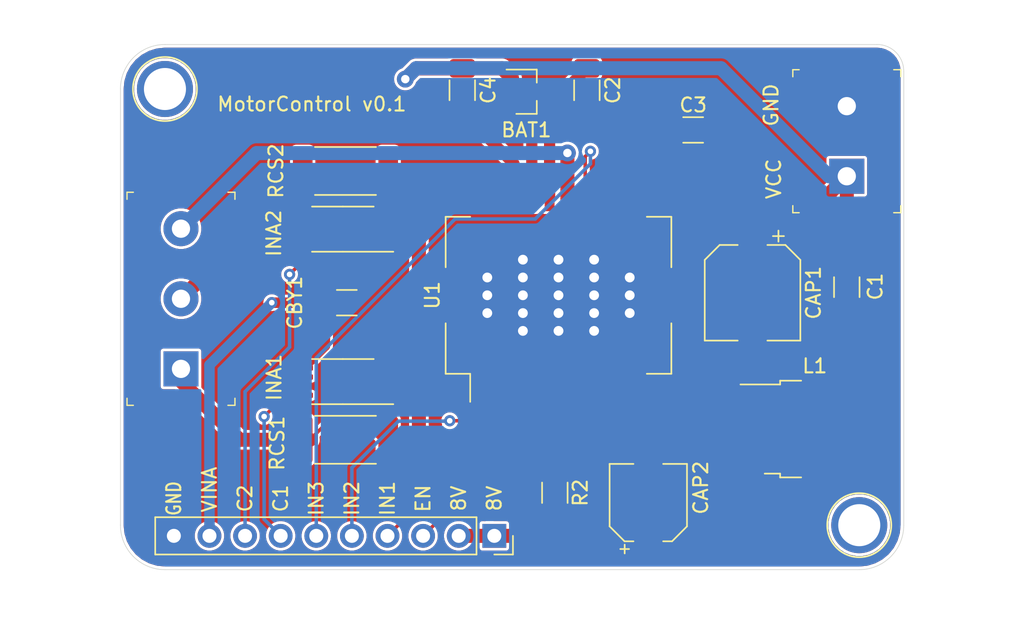
<source format=kicad_pcb>
(kicad_pcb (version 20171130) (host pcbnew 5.1.10)

  (general
    (thickness 1.6)
    (drawings 21)
    (tracks 143)
    (zones 0)
    (modules 20)
    (nets 20)
  )

  (page A4)
  (layers
    (0 F.Cu signal)
    (31 B.Cu signal)
    (32 B.Adhes user)
    (33 F.Adhes user)
    (34 B.Paste user)
    (35 F.Paste user)
    (36 B.SilkS user)
    (37 F.SilkS user)
    (38 B.Mask user)
    (39 F.Mask user)
    (40 Dwgs.User user)
    (41 Cmts.User user)
    (42 Eco1.User user)
    (43 Eco2.User user)
    (44 Edge.Cuts user)
    (45 Margin user)
    (46 B.CrtYd user)
    (47 F.CrtYd user)
    (48 B.Fab user)
    (49 F.Fab user)
  )

  (setup
    (last_trace_width 0.25)
    (user_trace_width 0.25)
    (trace_clearance 0.2)
    (zone_clearance 0.2)
    (zone_45_only no)
    (trace_min 0.2)
    (via_size 0.8)
    (via_drill 0.4)
    (via_min_size 0.4)
    (via_min_drill 0.3)
    (uvia_size 0.3)
    (uvia_drill 0.1)
    (uvias_allowed no)
    (uvia_min_size 0.2)
    (uvia_min_drill 0.1)
    (edge_width 0.05)
    (segment_width 0.2)
    (pcb_text_width 0.3)
    (pcb_text_size 1.5 1.5)
    (mod_edge_width 0.12)
    (mod_text_size 1 1)
    (mod_text_width 0.15)
    (pad_size 1.524 1.524)
    (pad_drill 0.762)
    (pad_to_mask_clearance 0)
    (aux_axis_origin 0 0)
    (visible_elements FFFFFF7F)
    (pcbplotparams
      (layerselection 0x010fc_ffffffff)
      (usegerberextensions false)
      (usegerberattributes true)
      (usegerberadvancedattributes true)
      (creategerberjobfile true)
      (excludeedgelayer true)
      (linewidth 0.100000)
      (plotframeref false)
      (viasonmask false)
      (mode 1)
      (useauxorigin false)
      (hpglpennumber 1)
      (hpglpenspeed 20)
      (hpglpendiameter 15.000000)
      (psnegative false)
      (psa4output false)
      (plotreference true)
      (plotvalue true)
      (plotinvisibletext false)
      (padsonsilk false)
      (subtractmaskfromsilk false)
      (outputformat 1)
      (mirror false)
      (drillshape 0)
      (scaleselection 1)
      (outputdirectory "gerber"))
  )

  (net 0 "")
  (net 1 VCC)
  (net 2 "Net-(BAT1-Pad2)")
  (net 3 "Net-(BAT1-Pad3)")
  (net 4 GND)
  (net 5 "Net-(C2-Pad2)")
  (net 6 "Net-(C3-Pad2)")
  (net 7 /VIN)
  (net 8 /INA_VCC)
  (net 9 /PH_A)
  (net 10 /PH_A_CS)
  (net 11 /C1_OUT)
  (net 12 /C2_OUT)
  (net 13 /PH_B_CS)
  (net 14 /PH_B)
  (net 15 /EN_PIN)
  (net 16 /IN1_PIN)
  (net 17 /IN2_PIN)
  (net 18 /IN3_PIN)
  (net 19 /PH_C)

  (net_class Default "This is the default net class."
    (clearance 0.2)
    (trace_width 0.25)
    (via_dia 0.8)
    (via_drill 0.4)
    (uvia_dia 0.3)
    (uvia_drill 0.1)
    (add_net /C1_OUT)
    (add_net /C2_OUT)
    (add_net /EN_PIN)
    (add_net /IN1_PIN)
    (add_net /IN2_PIN)
    (add_net /IN3_PIN)
  )

  (net_class INAPower ""
    (clearance 0.2)
    (trace_width 0.75)
    (via_dia 0.8)
    (via_drill 0.4)
    (uvia_dia 0.3)
    (uvia_drill 0.1)
    (add_net /INA_VCC)
  )

  (net_class Motor ""
    (clearance 0.2)
    (trace_width 1)
    (via_dia 1.2)
    (via_drill 0.6)
    (uvia_dia 0.3)
    (uvia_drill 0.1)
    (add_net /PH_A)
    (add_net /PH_A_CS)
    (add_net /PH_B)
    (add_net /PH_B_CS)
    (add_net /PH_C)
  )

  (net_class Power ""
    (clearance 0.2)
    (trace_width 1)
    (via_dia 1.2)
    (via_drill 0.6)
    (uvia_dia 0.3)
    (uvia_drill 0.1)
    (add_net /VIN)
    (add_net GND)
    (add_net VCC)
  )

  (net_class VBoot ""
    (clearance 0.2)
    (trace_width 0.8)
    (via_dia 0.8)
    (via_drill 0.4)
    (uvia_dia 0.3)
    (uvia_drill 0.1)
    (add_net "Net-(BAT1-Pad2)")
    (add_net "Net-(BAT1-Pad3)")
    (add_net "Net-(C2-Pad2)")
    (add_net "Net-(C3-Pad2)")
  )

  (module Capacitor_SMD:CP_Elec_5x5.4 (layer F.Cu) (tedit 5BCA39CF) (tstamp 60D2CBEB)
    (at -103.3145 -251.8 90)
    (descr "SMD capacitor, aluminum electrolytic, Nichicon, 5.0x5.4mm")
    (tags "capacitor electrolytic")
    (path /60DA3B5F)
    (attr smd)
    (fp_text reference CAP2 (at 1.057 3.7465 90) (layer F.SilkS)
      (effects (font (size 1 1) (thickness 0.15)))
    )
    (fp_text value 10uF (at 0.6125 -3.683 90) (layer F.Fab)
      (effects (font (size 1 1) (thickness 0.15)))
    )
    (fp_text user %R (at 0 0 90) (layer F.Fab)
      (effects (font (size 1 1) (thickness 0.15)))
    )
    (fp_circle (center 0 0) (end 2.5 0) (layer F.Fab) (width 0.1))
    (fp_line (start 2.65 -2.65) (end 2.65 2.65) (layer F.Fab) (width 0.1))
    (fp_line (start -1.65 -2.65) (end 2.65 -2.65) (layer F.Fab) (width 0.1))
    (fp_line (start -1.65 2.65) (end 2.65 2.65) (layer F.Fab) (width 0.1))
    (fp_line (start -2.65 -1.65) (end -2.65 1.65) (layer F.Fab) (width 0.1))
    (fp_line (start -2.65 -1.65) (end -1.65 -2.65) (layer F.Fab) (width 0.1))
    (fp_line (start -2.65 1.65) (end -1.65 2.65) (layer F.Fab) (width 0.1))
    (fp_line (start -2.033956 -1.2) (end -1.533956 -1.2) (layer F.Fab) (width 0.1))
    (fp_line (start -1.783956 -1.45) (end -1.783956 -0.95) (layer F.Fab) (width 0.1))
    (fp_line (start 2.76 2.76) (end 2.76 1.06) (layer F.SilkS) (width 0.12))
    (fp_line (start 2.76 -2.76) (end 2.76 -1.06) (layer F.SilkS) (width 0.12))
    (fp_line (start -1.695563 -2.76) (end 2.76 -2.76) (layer F.SilkS) (width 0.12))
    (fp_line (start -1.695563 2.76) (end 2.76 2.76) (layer F.SilkS) (width 0.12))
    (fp_line (start -2.76 1.695563) (end -2.76 1.06) (layer F.SilkS) (width 0.12))
    (fp_line (start -2.76 -1.695563) (end -2.76 -1.06) (layer F.SilkS) (width 0.12))
    (fp_line (start -2.76 -1.695563) (end -1.695563 -2.76) (layer F.SilkS) (width 0.12))
    (fp_line (start -2.76 1.695563) (end -1.695563 2.76) (layer F.SilkS) (width 0.12))
    (fp_line (start -3.625 -1.685) (end -3 -1.685) (layer F.SilkS) (width 0.12))
    (fp_line (start -3.3125 -1.9975) (end -3.3125 -1.3725) (layer F.SilkS) (width 0.12))
    (fp_line (start 2.9 -2.9) (end 2.9 -1.05) (layer F.CrtYd) (width 0.05))
    (fp_line (start 2.9 -1.05) (end 3.95 -1.05) (layer F.CrtYd) (width 0.05))
    (fp_line (start 3.95 -1.05) (end 3.95 1.05) (layer F.CrtYd) (width 0.05))
    (fp_line (start 3.95 1.05) (end 2.9 1.05) (layer F.CrtYd) (width 0.05))
    (fp_line (start 2.9 1.05) (end 2.9 2.9) (layer F.CrtYd) (width 0.05))
    (fp_line (start -1.75 2.9) (end 2.9 2.9) (layer F.CrtYd) (width 0.05))
    (fp_line (start -1.75 -2.9) (end 2.9 -2.9) (layer F.CrtYd) (width 0.05))
    (fp_line (start -2.9 1.75) (end -1.75 2.9) (layer F.CrtYd) (width 0.05))
    (fp_line (start -2.9 -1.75) (end -1.75 -2.9) (layer F.CrtYd) (width 0.05))
    (fp_line (start -2.9 -1.75) (end -2.9 -1.05) (layer F.CrtYd) (width 0.05))
    (fp_line (start -2.9 1.05) (end -2.9 1.75) (layer F.CrtYd) (width 0.05))
    (fp_line (start -2.9 -1.05) (end -3.95 -1.05) (layer F.CrtYd) (width 0.05))
    (fp_line (start -3.95 -1.05) (end -3.95 1.05) (layer F.CrtYd) (width 0.05))
    (fp_line (start -3.95 1.05) (end -2.9 1.05) (layer F.CrtYd) (width 0.05))
    (pad 2 smd roundrect (at 2.2 0 90) (size 3 1.6) (layers F.Cu F.Paste F.Mask) (roundrect_rratio 0.15625)
      (net 4 GND))
    (pad 1 smd roundrect (at -2.2 0 90) (size 3 1.6) (layers F.Cu F.Paste F.Mask) (roundrect_rratio 0.15625)
      (net 7 /VIN))
    (model ${KISYS3DMOD}/Capacitor_SMD.3dshapes/CP_Elec_5x5.4.wrl
      (at (xyz 0 0 0))
      (scale (xyz 1 1 1))
      (rotate (xyz 0 0 0))
    )
  )

  (module TestPoint:TestPoint_Plated_Hole_D3.0mm (layer F.Cu) (tedit 5A0F774F) (tstamp 60D247AF)
    (at -88.265 -250.19 180)
    (descr "Plated Hole as test Point, diameter 3.0mm")
    (tags "test point plated hole")
    (attr virtual)
    (fp_text reference REF** (at 0 -3.048) (layer F.Fab)
      (effects (font (size 1 1) (thickness 0.15)))
    )
    (fp_text value TestPoint_Plated_Hole_D3.0mm (at 0 3) (layer F.Fab)
      (effects (font (size 1 1) (thickness 0.15)))
    )
    (fp_circle (center 0 0) (end 2.5 0) (layer F.CrtYd) (width 0.05))
    (fp_circle (center 0 0) (end 0 -2.286) (layer F.SilkS) (width 0.12))
    (fp_text user %R (at 0 -3.05) (layer F.Fab)
      (effects (font (size 1 1) (thickness 0.15)))
    )
    (pad 1 thru_hole circle (at 0 0 180) (size 4 4) (drill 3) (layers *.Cu *.Mask))
  )

  (module TestPoint:TestPoint_Plated_Hole_D3.0mm (layer F.Cu) (tedit 5A0F774F) (tstamp 60D24782)
    (at -137.795 -281.305)
    (descr "Plated Hole as test Point, diameter 3.0mm")
    (tags "test point plated hole")
    (attr virtual)
    (fp_text reference REF** (at 0 -3.048) (layer F.Fab)
      (effects (font (size 1 1) (thickness 0.15)))
    )
    (fp_text value TestPoint_Plated_Hole_D3.0mm (at 0 3) (layer F.Fab)
      (effects (font (size 1 1) (thickness 0.15)))
    )
    (fp_text user %R (at 0 -3.05) (layer F.Fab)
      (effects (font (size 1 1) (thickness 0.15)))
    )
    (fp_circle (center 0 0) (end 2.5 0) (layer F.CrtYd) (width 0.05))
    (fp_circle (center 0 0) (end 0 -2.286) (layer F.SilkS) (width 0.12))
    (pad 1 thru_hole circle (at 0 0) (size 4 4) (drill 3) (layers *.Cu *.Mask))
  )

  (module Capacitor_SMD:C_1206_3216Metric_Pad1.33x1.80mm_HandSolder (layer F.Cu) (tedit 5F68FEEF) (tstamp 60D08976)
    (at -116.586 -281.2165 270)
    (descr "Capacitor SMD 1206 (3216 Metric), square (rectangular) end terminal, IPC_7351 nominal with elongated pad for handsoldering. (Body size source: IPC-SM-782 page 76, https://www.pcb-3d.com/wordpress/wp-content/uploads/ipc-sm-782a_amendment_1_and_2.pdf), generated with kicad-footprint-generator")
    (tags "capacitor handsolder")
    (path /60CFCE7E)
    (attr smd)
    (fp_text reference C4 (at 0 -1.85 90) (layer F.SilkS)
      (effects (font (size 1 1) (thickness 0.15)))
    )
    (fp_text value 220nF (at 0 1.85 90) (layer F.Fab)
      (effects (font (size 1 1) (thickness 0.15)))
    )
    (fp_line (start -1.6 0.8) (end -1.6 -0.8) (layer F.Fab) (width 0.1))
    (fp_line (start -1.6 -0.8) (end 1.6 -0.8) (layer F.Fab) (width 0.1))
    (fp_line (start 1.6 -0.8) (end 1.6 0.8) (layer F.Fab) (width 0.1))
    (fp_line (start 1.6 0.8) (end -1.6 0.8) (layer F.Fab) (width 0.1))
    (fp_line (start -0.711252 -0.91) (end 0.711252 -0.91) (layer F.SilkS) (width 0.12))
    (fp_line (start -0.711252 0.91) (end 0.711252 0.91) (layer F.SilkS) (width 0.12))
    (fp_line (start -2.48 1.15) (end -2.48 -1.15) (layer F.CrtYd) (width 0.05))
    (fp_line (start -2.48 -1.15) (end 2.48 -1.15) (layer F.CrtYd) (width 0.05))
    (fp_line (start 2.48 -1.15) (end 2.48 1.15) (layer F.CrtYd) (width 0.05))
    (fp_line (start 2.48 1.15) (end -2.48 1.15) (layer F.CrtYd) (width 0.05))
    (fp_text user %R (at 0 0 90) (layer F.Fab)
      (effects (font (size 0.8 0.8) (thickness 0.12)))
    )
    (pad 1 smd roundrect (at -1.5625 0 270) (size 1.325 1.8) (layers F.Cu F.Paste F.Mask) (roundrect_rratio 0.1886784905660377)
      (net 1 VCC))
    (pad 2 smd roundrect (at 1.5625 0 270) (size 1.325 1.8) (layers F.Cu F.Paste F.Mask) (roundrect_rratio 0.1886784905660377)
      (net 2 "Net-(BAT1-Pad2)"))
    (model ${KISYS3DMOD}/Capacitor_SMD.3dshapes/C_1206_3216Metric.wrl
      (at (xyz 0 0 0))
      (scale (xyz 1 1 1))
      (rotate (xyz 0 0 0))
    )
  )

  (module Capacitor_SMD:C_1206_3216Metric_Pad1.33x1.80mm_HandSolder (layer F.Cu) (tedit 5F68FEEF) (tstamp 60D2508F)
    (at -107.696 -281.2165 270)
    (descr "Capacitor SMD 1206 (3216 Metric), square (rectangular) end terminal, IPC_7351 nominal with elongated pad for handsoldering. (Body size source: IPC-SM-782 page 76, https://www.pcb-3d.com/wordpress/wp-content/uploads/ipc-sm-782a_amendment_1_and_2.pdf), generated with kicad-footprint-generator")
    (tags "capacitor handsolder")
    (path /60D01B13)
    (attr smd)
    (fp_text reference C2 (at 0 -1.85 90) (layer F.SilkS)
      (effects (font (size 1 1) (thickness 0.15)))
    )
    (fp_text value 10nF (at 0 1.85 90) (layer F.Fab)
      (effects (font (size 1 1) (thickness 0.15)))
    )
    (fp_line (start 2.48 1.15) (end -2.48 1.15) (layer F.CrtYd) (width 0.05))
    (fp_line (start 2.48 -1.15) (end 2.48 1.15) (layer F.CrtYd) (width 0.05))
    (fp_line (start -2.48 -1.15) (end 2.48 -1.15) (layer F.CrtYd) (width 0.05))
    (fp_line (start -2.48 1.15) (end -2.48 -1.15) (layer F.CrtYd) (width 0.05))
    (fp_line (start -0.711252 0.91) (end 0.711252 0.91) (layer F.SilkS) (width 0.12))
    (fp_line (start -0.711252 -0.91) (end 0.711252 -0.91) (layer F.SilkS) (width 0.12))
    (fp_line (start 1.6 0.8) (end -1.6 0.8) (layer F.Fab) (width 0.1))
    (fp_line (start 1.6 -0.8) (end 1.6 0.8) (layer F.Fab) (width 0.1))
    (fp_line (start -1.6 -0.8) (end 1.6 -0.8) (layer F.Fab) (width 0.1))
    (fp_line (start -1.6 0.8) (end -1.6 -0.8) (layer F.Fab) (width 0.1))
    (fp_text user %R (at 0 0 90) (layer F.Fab)
      (effects (font (size 0.8 0.8) (thickness 0.12)))
    )
    (pad 2 smd roundrect (at 1.5625 0 270) (size 1.325 1.8) (layers F.Cu F.Paste F.Mask) (roundrect_rratio 0.1886784905660377)
      (net 5 "Net-(C2-Pad2)"))
    (pad 1 smd roundrect (at -1.5625 0 270) (size 1.325 1.8) (layers F.Cu F.Paste F.Mask) (roundrect_rratio 0.1886784905660377)
      (net 3 "Net-(BAT1-Pad3)"))
    (model ${KISYS3DMOD}/Capacitor_SMD.3dshapes/C_1206_3216Metric.wrl
      (at (xyz 0 0 0))
      (scale (xyz 1 1 1))
      (rotate (xyz 0 0 0))
    )
  )

  (module Package_TO_SOT_SMD:SOT-23 (layer F.Cu) (tedit 5A02FF57) (tstamp 60D0890E)
    (at -112.03 -281.112)
    (descr "SOT-23, Standard")
    (tags SOT-23)
    (path /60CF0B7C)
    (attr smd)
    (fp_text reference BAT1 (at 0.016 2.728 180) (layer F.SilkS)
      (effects (font (size 1 1) (thickness 0.15)))
    )
    (fp_text value BAT54S (at 0 2.5) (layer F.Fab)
      (effects (font (size 1 1) (thickness 0.15)))
    )
    (fp_line (start -0.7 -0.95) (end -0.7 1.5) (layer F.Fab) (width 0.1))
    (fp_line (start -0.15 -1.52) (end 0.7 -1.52) (layer F.Fab) (width 0.1))
    (fp_line (start -0.7 -0.95) (end -0.15 -1.52) (layer F.Fab) (width 0.1))
    (fp_line (start 0.7 -1.52) (end 0.7 1.52) (layer F.Fab) (width 0.1))
    (fp_line (start -0.7 1.52) (end 0.7 1.52) (layer F.Fab) (width 0.1))
    (fp_line (start 0.76 1.58) (end 0.76 0.65) (layer F.SilkS) (width 0.12))
    (fp_line (start 0.76 -1.58) (end 0.76 -0.65) (layer F.SilkS) (width 0.12))
    (fp_line (start -1.7 -1.75) (end 1.7 -1.75) (layer F.CrtYd) (width 0.05))
    (fp_line (start 1.7 -1.75) (end 1.7 1.75) (layer F.CrtYd) (width 0.05))
    (fp_line (start 1.7 1.75) (end -1.7 1.75) (layer F.CrtYd) (width 0.05))
    (fp_line (start -1.7 1.75) (end -1.7 -1.75) (layer F.CrtYd) (width 0.05))
    (fp_line (start 0.76 -1.58) (end -1.4 -1.58) (layer F.SilkS) (width 0.12))
    (fp_line (start 0.76 1.58) (end -0.7 1.58) (layer F.SilkS) (width 0.12))
    (fp_text user %R (at 0 0 90) (layer F.Fab)
      (effects (font (size 0.5 0.5) (thickness 0.075)))
    )
    (pad 1 smd rect (at -1 -0.95) (size 0.9 0.8) (layers F.Cu F.Paste F.Mask)
      (net 1 VCC))
    (pad 2 smd rect (at -1 0.95) (size 0.9 0.8) (layers F.Cu F.Paste F.Mask)
      (net 2 "Net-(BAT1-Pad2)"))
    (pad 3 smd rect (at 1 0) (size 0.9 0.8) (layers F.Cu F.Paste F.Mask)
      (net 3 "Net-(BAT1-Pad3)"))
    (model ${KISYS3DMOD}/Package_TO_SOT_SMD.3dshapes/SOT-23.wrl
      (at (xyz 0 0 0))
      (scale (xyz 1 1 1))
      (rotate (xyz 0 0 0))
    )
  )

  (module Capacitor_SMD:C_1206_3216Metric_Pad1.33x1.80mm_HandSolder (layer F.Cu) (tedit 5F68FEEF) (tstamp 60D08F9A)
    (at -89.154 -267.1695 90)
    (descr "Capacitor SMD 1206 (3216 Metric), square (rectangular) end terminal, IPC_7351 nominal with elongated pad for handsoldering. (Body size source: IPC-SM-782 page 76, https://www.pcb-3d.com/wordpress/wp-content/uploads/ipc-sm-782a_amendment_1_and_2.pdf), generated with kicad-footprint-generator")
    (tags "capacitor handsolder")
    (path /60D1715F)
    (attr smd)
    (fp_text reference C1 (at 0.0385 2.032 90) (layer F.SilkS)
      (effects (font (size 1 1) (thickness 0.15)))
    )
    (fp_text value 100nF (at 0 1.85 90) (layer F.Fab)
      (effects (font (size 1 1) (thickness 0.15)))
    )
    (fp_line (start -1.6 0.8) (end -1.6 -0.8) (layer F.Fab) (width 0.1))
    (fp_line (start -1.6 -0.8) (end 1.6 -0.8) (layer F.Fab) (width 0.1))
    (fp_line (start 1.6 -0.8) (end 1.6 0.8) (layer F.Fab) (width 0.1))
    (fp_line (start 1.6 0.8) (end -1.6 0.8) (layer F.Fab) (width 0.1))
    (fp_line (start -0.711252 -0.91) (end 0.711252 -0.91) (layer F.SilkS) (width 0.12))
    (fp_line (start -0.711252 0.91) (end 0.711252 0.91) (layer F.SilkS) (width 0.12))
    (fp_line (start -2.48 1.15) (end -2.48 -1.15) (layer F.CrtYd) (width 0.05))
    (fp_line (start -2.48 -1.15) (end 2.48 -1.15) (layer F.CrtYd) (width 0.05))
    (fp_line (start 2.48 -1.15) (end 2.48 1.15) (layer F.CrtYd) (width 0.05))
    (fp_line (start 2.48 1.15) (end -2.48 1.15) (layer F.CrtYd) (width 0.05))
    (fp_text user %R (at 0 0 90) (layer F.Fab)
      (effects (font (size 0.8 0.8) (thickness 0.12)))
    )
    (pad 1 smd roundrect (at -1.5625 0 90) (size 1.325 1.8) (layers F.Cu F.Paste F.Mask) (roundrect_rratio 0.1886784905660377)
      (net 4 GND))
    (pad 2 smd roundrect (at 1.5625 0 90) (size 1.325 1.8) (layers F.Cu F.Paste F.Mask) (roundrect_rratio 0.1886784905660377)
      (net 1 VCC))
    (model ${KISYS3DMOD}/Capacitor_SMD.3dshapes/C_1206_3216Metric.wrl
      (at (xyz 0 0 0))
      (scale (xyz 1 1 1))
      (rotate (xyz 0 0 0))
    )
  )

  (module Capacitor_SMD:C_1206_3216Metric_Pad1.33x1.80mm_HandSolder (layer F.Cu) (tedit 5F68FEEF) (tstamp 60D250E0)
    (at -100.1145 -278.384 180)
    (descr "Capacitor SMD 1206 (3216 Metric), square (rectangular) end terminal, IPC_7351 nominal with elongated pad for handsoldering. (Body size source: IPC-SM-782 page 76, https://www.pcb-3d.com/wordpress/wp-content/uploads/ipc-sm-782a_amendment_1_and_2.pdf), generated with kicad-footprint-generator")
    (tags "capacitor handsolder")
    (path /60D1785A)
    (attr smd)
    (fp_text reference C3 (at 0 1.778) (layer F.SilkS)
      (effects (font (size 1 1) (thickness 0.15)))
    )
    (fp_text value 1uF (at 0 1.85) (layer F.Fab)
      (effects (font (size 1 1) (thickness 0.15)))
    )
    (fp_line (start 2.48 1.15) (end -2.48 1.15) (layer F.CrtYd) (width 0.05))
    (fp_line (start 2.48 -1.15) (end 2.48 1.15) (layer F.CrtYd) (width 0.05))
    (fp_line (start -2.48 -1.15) (end 2.48 -1.15) (layer F.CrtYd) (width 0.05))
    (fp_line (start -2.48 1.15) (end -2.48 -1.15) (layer F.CrtYd) (width 0.05))
    (fp_line (start -0.711252 0.91) (end 0.711252 0.91) (layer F.SilkS) (width 0.12))
    (fp_line (start -0.711252 -0.91) (end 0.711252 -0.91) (layer F.SilkS) (width 0.12))
    (fp_line (start 1.6 0.8) (end -1.6 0.8) (layer F.Fab) (width 0.1))
    (fp_line (start 1.6 -0.8) (end 1.6 0.8) (layer F.Fab) (width 0.1))
    (fp_line (start -1.6 -0.8) (end 1.6 -0.8) (layer F.Fab) (width 0.1))
    (fp_line (start -1.6 0.8) (end -1.6 -0.8) (layer F.Fab) (width 0.1))
    (fp_text user %R (at 0 0) (layer F.Fab)
      (effects (font (size 0.8 0.8) (thickness 0.12)))
    )
    (pad 2 smd roundrect (at 1.5625 0 180) (size 1.325 1.8) (layers F.Cu F.Paste F.Mask) (roundrect_rratio 0.1886784905660377)
      (net 6 "Net-(C3-Pad2)"))
    (pad 1 smd roundrect (at -1.5625 0 180) (size 1.325 1.8) (layers F.Cu F.Paste F.Mask) (roundrect_rratio 0.1886784905660377)
      (net 4 GND))
    (model ${KISYS3DMOD}/Capacitor_SMD.3dshapes/C_1206_3216Metric.wrl
      (at (xyz 0 0 0))
      (scale (xyz 1 1 1))
      (rotate (xyz 0 0 0))
    )
  )

  (module Capacitor_SMD:CP_Elec_6.3x7.7 (layer F.Cu) (tedit 5BCA39D0) (tstamp 60D08FE1)
    (at -95.878 -266.768 270)
    (descr "SMD capacitor, aluminum electrolytic, Nichicon, 6.3x7.7mm")
    (tags "capacitor electrolytic")
    (path /60D199AF)
    (attr smd)
    (fp_text reference CAP1 (at 0 -4.35 90) (layer F.SilkS)
      (effects (font (size 1 1) (thickness 0.15)))
    )
    (fp_text value 100uF (at 0 4.35 90) (layer F.Fab)
      (effects (font (size 1 1) (thickness 0.15)))
    )
    (fp_circle (center 0 0) (end 3.15 0) (layer F.Fab) (width 0.1))
    (fp_line (start 3.3 -3.3) (end 3.3 3.3) (layer F.Fab) (width 0.1))
    (fp_line (start -2.3 -3.3) (end 3.3 -3.3) (layer F.Fab) (width 0.1))
    (fp_line (start -2.3 3.3) (end 3.3 3.3) (layer F.Fab) (width 0.1))
    (fp_line (start -3.3 -2.3) (end -3.3 2.3) (layer F.Fab) (width 0.1))
    (fp_line (start -3.3 -2.3) (end -2.3 -3.3) (layer F.Fab) (width 0.1))
    (fp_line (start -3.3 2.3) (end -2.3 3.3) (layer F.Fab) (width 0.1))
    (fp_line (start -2.704838 -1.33) (end -2.074838 -1.33) (layer F.Fab) (width 0.1))
    (fp_line (start -2.389838 -1.645) (end -2.389838 -1.015) (layer F.Fab) (width 0.1))
    (fp_line (start 3.41 3.41) (end 3.41 1.06) (layer F.SilkS) (width 0.12))
    (fp_line (start 3.41 -3.41) (end 3.41 -1.06) (layer F.SilkS) (width 0.12))
    (fp_line (start -2.345563 -3.41) (end 3.41 -3.41) (layer F.SilkS) (width 0.12))
    (fp_line (start -2.345563 3.41) (end 3.41 3.41) (layer F.SilkS) (width 0.12))
    (fp_line (start -3.41 2.345563) (end -3.41 1.06) (layer F.SilkS) (width 0.12))
    (fp_line (start -3.41 -2.345563) (end -3.41 -1.06) (layer F.SilkS) (width 0.12))
    (fp_line (start -3.41 -2.345563) (end -2.345563 -3.41) (layer F.SilkS) (width 0.12))
    (fp_line (start -3.41 2.345563) (end -2.345563 3.41) (layer F.SilkS) (width 0.12))
    (fp_line (start -4.4375 -1.8475) (end -3.65 -1.8475) (layer F.SilkS) (width 0.12))
    (fp_line (start -4.04375 -2.24125) (end -4.04375 -1.45375) (layer F.SilkS) (width 0.12))
    (fp_line (start 3.55 -3.55) (end 3.55 -1.05) (layer F.CrtYd) (width 0.05))
    (fp_line (start 3.55 -1.05) (end 4.7 -1.05) (layer F.CrtYd) (width 0.05))
    (fp_line (start 4.7 -1.05) (end 4.7 1.05) (layer F.CrtYd) (width 0.05))
    (fp_line (start 4.7 1.05) (end 3.55 1.05) (layer F.CrtYd) (width 0.05))
    (fp_line (start 3.55 1.05) (end 3.55 3.55) (layer F.CrtYd) (width 0.05))
    (fp_line (start -2.4 3.55) (end 3.55 3.55) (layer F.CrtYd) (width 0.05))
    (fp_line (start -2.4 -3.55) (end 3.55 -3.55) (layer F.CrtYd) (width 0.05))
    (fp_line (start -3.55 2.4) (end -2.4 3.55) (layer F.CrtYd) (width 0.05))
    (fp_line (start -3.55 -2.4) (end -2.4 -3.55) (layer F.CrtYd) (width 0.05))
    (fp_line (start -3.55 -2.4) (end -3.55 -1.05) (layer F.CrtYd) (width 0.05))
    (fp_line (start -3.55 1.05) (end -3.55 2.4) (layer F.CrtYd) (width 0.05))
    (fp_line (start -3.55 -1.05) (end -4.7 -1.05) (layer F.CrtYd) (width 0.05))
    (fp_line (start -4.7 -1.05) (end -4.7 1.05) (layer F.CrtYd) (width 0.05))
    (fp_line (start -4.7 1.05) (end -3.55 1.05) (layer F.CrtYd) (width 0.05))
    (fp_text user %R (at 0 0 90) (layer F.Fab)
      (effects (font (size 1 1) (thickness 0.15)))
    )
    (pad 1 smd roundrect (at -2.7 0 270) (size 3.5 1.6) (layers F.Cu F.Paste F.Mask) (roundrect_rratio 0.15625)
      (net 1 VCC))
    (pad 2 smd roundrect (at 2.7 0 270) (size 3.5 1.6) (layers F.Cu F.Paste F.Mask) (roundrect_rratio 0.15625)
      (net 4 GND))
    (model ${KISYS3DMOD}/Capacitor_SMD.3dshapes/CP_Elec_6.3x7.7.wrl
      (at (xyz 0 0 0))
      (scale (xyz 1 1 1))
      (rotate (xyz 0 0 0))
    )
  )

  (module Capacitor_SMD:C_1206_3216Metric_Pad1.33x1.80mm_HandSolder (layer F.Cu) (tedit 5F68FEEF) (tstamp 60D02503)
    (at -124.8225 -266.06)
    (descr "Capacitor SMD 1206 (3216 Metric), square (rectangular) end terminal, IPC_7351 nominal with elongated pad for handsoldering. (Body size source: IPC-SM-782 page 76, https://www.pcb-3d.com/wordpress/wp-content/uploads/ipc-sm-782a_amendment_1_and_2.pdf), generated with kicad-footprint-generator")
    (tags "capacitor handsolder")
    (path /60D4BF85)
    (attr smd)
    (fp_text reference CBY1 (at -3.7125 0 90) (layer F.SilkS)
      (effects (font (size 1 1) (thickness 0.15)))
    )
    (fp_text value 100nF (at 0 1.85) (layer F.Fab)
      (effects (font (size 1 1) (thickness 0.15)))
    )
    (fp_line (start -1.6 0.8) (end -1.6 -0.8) (layer F.Fab) (width 0.1))
    (fp_line (start -1.6 -0.8) (end 1.6 -0.8) (layer F.Fab) (width 0.1))
    (fp_line (start 1.6 -0.8) (end 1.6 0.8) (layer F.Fab) (width 0.1))
    (fp_line (start 1.6 0.8) (end -1.6 0.8) (layer F.Fab) (width 0.1))
    (fp_line (start -0.711252 -0.91) (end 0.711252 -0.91) (layer F.SilkS) (width 0.12))
    (fp_line (start -0.711252 0.91) (end 0.711252 0.91) (layer F.SilkS) (width 0.12))
    (fp_line (start -2.48 1.15) (end -2.48 -1.15) (layer F.CrtYd) (width 0.05))
    (fp_line (start -2.48 -1.15) (end 2.48 -1.15) (layer F.CrtYd) (width 0.05))
    (fp_line (start 2.48 -1.15) (end 2.48 1.15) (layer F.CrtYd) (width 0.05))
    (fp_line (start 2.48 1.15) (end -2.48 1.15) (layer F.CrtYd) (width 0.05))
    (fp_text user %R (at 0 0) (layer F.Fab)
      (effects (font (size 0.8 0.8) (thickness 0.12)))
    )
    (pad 1 smd roundrect (at -1.5625 0) (size 1.325 1.8) (layers F.Cu F.Paste F.Mask) (roundrect_rratio 0.1886784905660377)
      (net 8 /INA_VCC))
    (pad 2 smd roundrect (at 1.5625 0) (size 1.325 1.8) (layers F.Cu F.Paste F.Mask) (roundrect_rratio 0.1886784905660377)
      (net 4 GND))
    (model ${KISYS3DMOD}/Capacitor_SMD.3dshapes/C_1206_3216Metric.wrl
      (at (xyz 0 0 0))
      (scale (xyz 1 1 1))
      (rotate (xyz 0 0 0))
    )
  )

  (module Package_SO:TSSOP-8_4.4x3mm_P0.65mm (layer F.Cu) (tedit 5E476F32) (tstamp 60D1A1C8)
    (at -125.1055 -260.431 180)
    (descr "TSSOP, 8 Pin (JEDEC MO-153 Var AA https://www.jedec.org/document_search?search_api_views_fulltext=MO-153), generated with kicad-footprint-generator ipc_gullwing_generator.py")
    (tags "TSSOP SO")
    (path /60D2A652)
    (attr smd)
    (fp_text reference INA1 (at 4.9 0.295 90) (layer F.SilkS)
      (effects (font (size 1 1) (thickness 0.15)))
    )
    (fp_text value INA240A1 (at 0 2.45) (layer F.Fab)
      (effects (font (size 1 1) (thickness 0.15)))
    )
    (fp_line (start 0 1.61) (end 2.2 1.61) (layer F.SilkS) (width 0.12))
    (fp_line (start 0 1.61) (end -2.2 1.61) (layer F.SilkS) (width 0.12))
    (fp_line (start 0 -1.61) (end 2.2 -1.61) (layer F.SilkS) (width 0.12))
    (fp_line (start 0 -1.61) (end -3.6 -1.61) (layer F.SilkS) (width 0.12))
    (fp_line (start -1.45 -1.5) (end 2.2 -1.5) (layer F.Fab) (width 0.1))
    (fp_line (start 2.2 -1.5) (end 2.2 1.5) (layer F.Fab) (width 0.1))
    (fp_line (start 2.2 1.5) (end -2.2 1.5) (layer F.Fab) (width 0.1))
    (fp_line (start -2.2 1.5) (end -2.2 -0.75) (layer F.Fab) (width 0.1))
    (fp_line (start -2.2 -0.75) (end -1.45 -1.5) (layer F.Fab) (width 0.1))
    (fp_line (start -3.85 -1.75) (end -3.85 1.75) (layer F.CrtYd) (width 0.05))
    (fp_line (start -3.85 1.75) (end 3.85 1.75) (layer F.CrtYd) (width 0.05))
    (fp_line (start 3.85 1.75) (end 3.85 -1.75) (layer F.CrtYd) (width 0.05))
    (fp_line (start 3.85 -1.75) (end -3.85 -1.75) (layer F.CrtYd) (width 0.05))
    (fp_text user %R (at 0 0) (layer F.Fab)
      (effects (font (size 1 1) (thickness 0.15)))
    )
    (pad 1 smd roundrect (at -2.8625 -0.975 180) (size 1.475 0.4) (layers F.Cu F.Paste F.Mask) (roundrect_rratio 0.25)
      (net 4 GND))
    (pad 2 smd roundrect (at -2.8625 -0.325 180) (size 1.475 0.4) (layers F.Cu F.Paste F.Mask) (roundrect_rratio 0.25)
      (net 10 /PH_A_CS))
    (pad 3 smd roundrect (at -2.8625 0.325 180) (size 1.475 0.4) (layers F.Cu F.Paste F.Mask) (roundrect_rratio 0.25)
      (net 9 /PH_A))
    (pad 4 smd roundrect (at -2.8625 0.975 180) (size 1.475 0.4) (layers F.Cu F.Paste F.Mask) (roundrect_rratio 0.25)
      (net 4 GND))
    (pad 5 smd roundrect (at 2.8625 0.975 180) (size 1.475 0.4) (layers F.Cu F.Paste F.Mask) (roundrect_rratio 0.25)
      (net 8 /INA_VCC))
    (pad 6 smd roundrect (at 2.8625 0.325 180) (size 1.475 0.4) (layers F.Cu F.Paste F.Mask) (roundrect_rratio 0.25)
      (net 8 /INA_VCC))
    (pad 7 smd roundrect (at 2.8625 -0.325 180) (size 1.475 0.4) (layers F.Cu F.Paste F.Mask) (roundrect_rratio 0.25)
      (net 4 GND))
    (pad 8 smd roundrect (at 2.8625 -0.975 180) (size 1.475 0.4) (layers F.Cu F.Paste F.Mask) (roundrect_rratio 0.25)
      (net 11 /C1_OUT))
    (model ${KISYS3DMOD}/Package_SO.3dshapes/TSSOP-8_4.4x3mm_P0.65mm.wrl
      (at (xyz 0 0 0))
      (scale (xyz 1 1 1))
      (rotate (xyz 0 0 0))
    )
  )

  (module Package_SO:TSSOP-8_4.4x3mm_P0.65mm (layer F.Cu) (tedit 5E476F32) (tstamp 60D1A2E4)
    (at -125.1055 -271.308 180)
    (descr "TSSOP, 8 Pin (JEDEC MO-153 Var AA https://www.jedec.org/document_search?search_api_views_fulltext=MO-153), generated with kicad-footprint-generator ipc_gullwing_generator.py")
    (tags "TSSOP SO")
    (path /60D60A4F)
    (attr smd)
    (fp_text reference INA2 (at 4.92 -0.295 90) (layer F.SilkS)
      (effects (font (size 1 1) (thickness 0.15)))
    )
    (fp_text value INA240A1 (at 0 2.45) (layer F.Fab)
      (effects (font (size 1 1) (thickness 0.15)))
    )
    (fp_line (start 3.85 -1.75) (end -3.85 -1.75) (layer F.CrtYd) (width 0.05))
    (fp_line (start 3.85 1.75) (end 3.85 -1.75) (layer F.CrtYd) (width 0.05))
    (fp_line (start -3.85 1.75) (end 3.85 1.75) (layer F.CrtYd) (width 0.05))
    (fp_line (start -3.85 -1.75) (end -3.85 1.75) (layer F.CrtYd) (width 0.05))
    (fp_line (start -2.2 -0.75) (end -1.45 -1.5) (layer F.Fab) (width 0.1))
    (fp_line (start -2.2 1.5) (end -2.2 -0.75) (layer F.Fab) (width 0.1))
    (fp_line (start 2.2 1.5) (end -2.2 1.5) (layer F.Fab) (width 0.1))
    (fp_line (start 2.2 -1.5) (end 2.2 1.5) (layer F.Fab) (width 0.1))
    (fp_line (start -1.45 -1.5) (end 2.2 -1.5) (layer F.Fab) (width 0.1))
    (fp_line (start 0 -1.61) (end -3.6 -1.61) (layer F.SilkS) (width 0.12))
    (fp_line (start 0 -1.61) (end 2.2 -1.61) (layer F.SilkS) (width 0.12))
    (fp_line (start 0 1.61) (end -2.2 1.61) (layer F.SilkS) (width 0.12))
    (fp_line (start 0 1.61) (end 2.2 1.61) (layer F.SilkS) (width 0.12))
    (fp_text user %R (at 0 0) (layer F.Fab)
      (effects (font (size 1 1) (thickness 0.15)))
    )
    (pad 8 smd roundrect (at 2.8625 -0.975 180) (size 1.475 0.4) (layers F.Cu F.Paste F.Mask) (roundrect_rratio 0.25)
      (net 12 /C2_OUT))
    (pad 7 smd roundrect (at 2.8625 -0.325 180) (size 1.475 0.4) (layers F.Cu F.Paste F.Mask) (roundrect_rratio 0.25)
      (net 4 GND))
    (pad 6 smd roundrect (at 2.8625 0.325 180) (size 1.475 0.4) (layers F.Cu F.Paste F.Mask) (roundrect_rratio 0.25)
      (net 8 /INA_VCC))
    (pad 5 smd roundrect (at 2.8625 0.975 180) (size 1.475 0.4) (layers F.Cu F.Paste F.Mask) (roundrect_rratio 0.25)
      (net 8 /INA_VCC))
    (pad 4 smd roundrect (at -2.8625 0.975 180) (size 1.475 0.4) (layers F.Cu F.Paste F.Mask) (roundrect_rratio 0.25)
      (net 4 GND))
    (pad 3 smd roundrect (at -2.8625 0.325 180) (size 1.475 0.4) (layers F.Cu F.Paste F.Mask) (roundrect_rratio 0.25)
      (net 13 /PH_B_CS))
    (pad 2 smd roundrect (at -2.8625 -0.325 180) (size 1.475 0.4) (layers F.Cu F.Paste F.Mask) (roundrect_rratio 0.25)
      (net 14 /PH_B))
    (pad 1 smd roundrect (at -2.8625 -0.975 180) (size 1.475 0.4) (layers F.Cu F.Paste F.Mask) (roundrect_rratio 0.25)
      (net 4 GND))
    (model ${KISYS3DMOD}/Package_SO.3dshapes/TSSOP-8_4.4x3mm_P0.65mm.wrl
      (at (xyz 0 0 0))
      (scale (xyz 1 1 1))
      (rotate (xyz 0 0 0))
    )
  )

  (module digikey-footprints:Term_Block_1x2_P5mm (layer F.Cu) (tedit 5D4199AF) (tstamp 60D08DEA)
    (at -89.154 -275.082 90)
    (descr http://www.on-shore.com/wp-content/uploads/2015/09/osttcxx0162.pdf)
    (path /60DF6342)
    (fp_text reference J1 (at -3.556 -0.381 90) (layer F.SilkS) hide
      (effects (font (size 1 1) (thickness 0.15)))
    )
    (fp_text value Conn_01x02 (at 2.05 5.05 90) (layer F.Fab)
      (effects (font (size 1 1) (thickness 0.15)))
    )
    (fp_line (start 7.6 3.85) (end 7.1 3.85) (layer F.SilkS) (width 0.1))
    (fp_line (start 7.6 3.85) (end 7.6 3.35) (layer F.SilkS) (width 0.1))
    (fp_line (start -2.6 3.85) (end -2.6 3.35) (layer F.SilkS) (width 0.1))
    (fp_line (start -2.6 3.85) (end -2.1 3.85) (layer F.SilkS) (width 0.1))
    (fp_line (start -2.6 -3.85) (end -2.1 -3.85) (layer F.SilkS) (width 0.1))
    (fp_line (start -2.6 -3.85) (end -2.6 -3.4) (layer F.SilkS) (width 0.1))
    (fp_line (start 7.6 -3.85) (end 7.6 -3.4) (layer F.SilkS) (width 0.1))
    (fp_line (start 7.6 -3.85) (end 7.1 -3.85) (layer F.SilkS) (width 0.1))
    (fp_line (start -2.75 -4) (end 7.75 -4) (layer F.CrtYd) (width 0.05))
    (fp_line (start 7.75 -4) (end 7.75 4) (layer F.CrtYd) (width 0.05))
    (fp_line (start -2.75 4) (end 7.75 4) (layer F.CrtYd) (width 0.05))
    (fp_line (start 7.5 -3.75) (end 7.5 3.75) (layer F.Fab) (width 0.1))
    (fp_line (start 7.5 3.75) (end -2.5 3.75) (layer F.Fab) (width 0.1))
    (fp_line (start 7.5 -3.75) (end -2.5 -3.75) (layer F.Fab) (width 0.1))
    (fp_line (start -2.75 -4) (end -2.75 4) (layer F.CrtYd) (width 0.05))
    (fp_line (start -2.5 -3.75) (end -2.5 3.75) (layer F.Fab) (width 0.1))
    (fp_text user %R (at 2.5 0 270) (layer F.Fab)
      (effects (font (size 1 1) (thickness 0.15)))
    )
    (pad 1 thru_hole rect (at 0 0 90) (size 2.5 2.5) (drill 1.3) (layers *.Cu *.Mask)
      (net 1 VCC))
    (pad 2 thru_hole circle (at 5 0 90) (size 2.5 2.5) (drill 1.3) (layers *.Cu *.Mask)
      (net 4 GND))
  )

  (module digikey-footprints:Term_Block_1x3_P5mm (layer F.Cu) (tedit 5D4199CF) (tstamp 60D09181)
    (at -136.652 -261.34 90)
    (descr http://www.on-shore.com/wp-content/uploads/2015/09/osttcxx0162.pdf)
    (path /60E026E9)
    (fp_text reference J3 (at 5.4 -4.75 90) (layer F.SilkS) hide
      (effects (font (size 1 1) (thickness 0.15)))
    )
    (fp_text value Conn_01x03 (at 5.4 4.85 90) (layer F.Fab)
      (effects (font (size 1 1) (thickness 0.15)))
    )
    (fp_line (start 12.6 3.85) (end 12.1 3.85) (layer F.SilkS) (width 0.1))
    (fp_line (start 12.6 3.85) (end 12.6 3.35) (layer F.SilkS) (width 0.1))
    (fp_line (start -2.6 3.85) (end -2.6 3.35) (layer F.SilkS) (width 0.1))
    (fp_line (start -2.6 3.85) (end -2.1 3.85) (layer F.SilkS) (width 0.1))
    (fp_line (start -2.6 -3.85) (end -2.1 -3.85) (layer F.SilkS) (width 0.1))
    (fp_line (start -2.6 -3.85) (end -2.6 -3.4) (layer F.SilkS) (width 0.1))
    (fp_line (start 12.6 -3.85) (end 12.6 -3.4) (layer F.SilkS) (width 0.1))
    (fp_line (start 12.6 -3.85) (end 12.1 -3.85) (layer F.SilkS) (width 0.1))
    (fp_line (start -2.75 -4) (end 12.75 -4) (layer F.CrtYd) (width 0.05))
    (fp_line (start 12.75 -4) (end 12.75 4) (layer F.CrtYd) (width 0.05))
    (fp_line (start -2.75 4) (end 12.75 4) (layer F.CrtYd) (width 0.05))
    (fp_line (start 12.5 -3.75) (end 12.5 3.75) (layer F.Fab) (width 0.1))
    (fp_line (start 12.5 3.75) (end -2.5 3.75) (layer F.Fab) (width 0.1))
    (fp_line (start 12.5 -3.75) (end -2.5 -3.75) (layer F.Fab) (width 0.1))
    (fp_line (start -2.75 -4) (end -2.75 4) (layer F.CrtYd) (width 0.05))
    (fp_line (start -2.5 -3.75) (end -2.5 3.75) (layer F.Fab) (width 0.1))
    (fp_text user %R (at 5 0.05 90) (layer F.Fab)
      (effects (font (size 1 1) (thickness 0.15)))
    )
    (pad 1 thru_hole rect (at 0 0 90) (size 2.5 2.5) (drill 1.3) (layers *.Cu *.Mask)
      (net 9 /PH_A))
    (pad 2 thru_hole circle (at 5 0 90) (size 2.5 2.5) (drill 1.3) (layers *.Cu *.Mask)
      (net 14 /PH_B))
    (pad 3 thru_hole circle (at 10 0 90) (size 2.5 2.5) (drill 1.3) (layers *.Cu *.Mask)
      (net 19 /PH_C))
  )

  (module Package_TO_SOT_SMD:TO-252-2 (layer F.Cu) (tedit 5A70A390) (tstamp 60D1A8E8)
    (at -91.44 -257.048)
    (descr "TO-252 / DPAK SMD package, http://www.infineon.com/cms/en/product/packages/PG-TO252/PG-TO252-3-1/")
    (tags "DPAK TO-252 DPAK-3 TO-252-3 SOT-428")
    (path /60DA2032)
    (attr smd)
    (fp_text reference L1 (at 0 -4.5) (layer F.SilkS)
      (effects (font (size 1 1) (thickness 0.15)))
    )
    (fp_text value L78M08 (at 0 4.5) (layer F.Fab)
      (effects (font (size 1 1) (thickness 0.15)))
    )
    (fp_line (start 3.95 -2.7) (end 4.95 -2.7) (layer F.Fab) (width 0.1))
    (fp_line (start 4.95 -2.7) (end 4.95 2.7) (layer F.Fab) (width 0.1))
    (fp_line (start 4.95 2.7) (end 3.95 2.7) (layer F.Fab) (width 0.1))
    (fp_line (start 3.95 -3.25) (end 3.95 3.25) (layer F.Fab) (width 0.1))
    (fp_line (start 3.95 3.25) (end -2.27 3.25) (layer F.Fab) (width 0.1))
    (fp_line (start -2.27 3.25) (end -2.27 -2.25) (layer F.Fab) (width 0.1))
    (fp_line (start -2.27 -2.25) (end -1.27 -3.25) (layer F.Fab) (width 0.1))
    (fp_line (start -1.27 -3.25) (end 3.95 -3.25) (layer F.Fab) (width 0.1))
    (fp_line (start -1.865 -2.655) (end -4.97 -2.655) (layer F.Fab) (width 0.1))
    (fp_line (start -4.97 -2.655) (end -4.97 -1.905) (layer F.Fab) (width 0.1))
    (fp_line (start -4.97 -1.905) (end -2.27 -1.905) (layer F.Fab) (width 0.1))
    (fp_line (start -2.27 1.905) (end -4.97 1.905) (layer F.Fab) (width 0.1))
    (fp_line (start -4.97 1.905) (end -4.97 2.655) (layer F.Fab) (width 0.1))
    (fp_line (start -4.97 2.655) (end -2.27 2.655) (layer F.Fab) (width 0.1))
    (fp_line (start -0.97 -3.45) (end -2.47 -3.45) (layer F.SilkS) (width 0.12))
    (fp_line (start -2.47 -3.45) (end -2.47 -3.18) (layer F.SilkS) (width 0.12))
    (fp_line (start -2.47 -3.18) (end -5.3 -3.18) (layer F.SilkS) (width 0.12))
    (fp_line (start -0.97 3.45) (end -2.47 3.45) (layer F.SilkS) (width 0.12))
    (fp_line (start -2.47 3.45) (end -2.47 3.18) (layer F.SilkS) (width 0.12))
    (fp_line (start -2.47 3.18) (end -3.57 3.18) (layer F.SilkS) (width 0.12))
    (fp_line (start -5.55 -3.5) (end -5.55 3.5) (layer F.CrtYd) (width 0.05))
    (fp_line (start -5.55 3.5) (end 5.55 3.5) (layer F.CrtYd) (width 0.05))
    (fp_line (start 5.55 3.5) (end 5.55 -3.5) (layer F.CrtYd) (width 0.05))
    (fp_line (start 5.55 -3.5) (end -5.55 -3.5) (layer F.CrtYd) (width 0.05))
    (fp_text user %R (at 0 0 90) (layer F.Fab)
      (effects (font (size 1 1) (thickness 0.15)))
    )
    (pad 1 smd rect (at -4.2 -2.28) (size 2.2 1.2) (layers F.Cu F.Paste F.Mask)
      (net 1 VCC))
    (pad 3 smd rect (at -4.2 2.28) (size 2.2 1.2) (layers F.Cu F.Paste F.Mask)
      (net 7 /VIN))
    (pad 2 smd rect (at 2.1 0) (size 6.4 5.8) (layers F.Cu F.Mask)
      (net 4 GND))
    (pad "" smd rect (at 3.775 1.525) (size 3.05 2.75) (layers F.Paste))
    (pad "" smd rect (at 0.425 -1.525) (size 3.05 2.75) (layers F.Paste))
    (pad "" smd rect (at 3.775 -1.525) (size 3.05 2.75) (layers F.Paste))
    (pad "" smd rect (at 0.425 1.525) (size 3.05 2.75) (layers F.Paste))
    (model ${KISYS3DMOD}/Package_TO_SOT_SMD.3dshapes/TO-252-2.wrl
      (at (xyz 0 0 0))
      (scale (xyz 1 1 1))
      (rotate (xyz 0 0 0))
    )
  )

  (module Resistor_SMD:R_1206_3216Metric_Pad1.30x1.75mm_HandSolder (layer F.Cu) (tedit 5F68FEEE) (tstamp 60D00824)
    (at -109.982 -252.502 270)
    (descr "Resistor SMD 1206 (3216 Metric), square (rectangular) end terminal, IPC_7351 nominal with elongated pad for handsoldering. (Body size source: IPC-SM-782 page 72, https://www.pcb-3d.com/wordpress/wp-content/uploads/ipc-sm-782a_amendment_1_and_2.pdf), generated with kicad-footprint-generator")
    (tags "resistor handsolder")
    (path /60D7C974)
    (attr smd)
    (fp_text reference R2 (at 0 -1.82 90) (layer F.SilkS)
      (effects (font (size 1 1) (thickness 0.15)))
    )
    (fp_text value 4.7k (at 0 1.82 90) (layer F.Fab)
      (effects (font (size 1 1) (thickness 0.15)))
    )
    (fp_line (start -1.6 0.8) (end -1.6 -0.8) (layer F.Fab) (width 0.1))
    (fp_line (start -1.6 -0.8) (end 1.6 -0.8) (layer F.Fab) (width 0.1))
    (fp_line (start 1.6 -0.8) (end 1.6 0.8) (layer F.Fab) (width 0.1))
    (fp_line (start 1.6 0.8) (end -1.6 0.8) (layer F.Fab) (width 0.1))
    (fp_line (start -0.727064 -0.91) (end 0.727064 -0.91) (layer F.SilkS) (width 0.12))
    (fp_line (start -0.727064 0.91) (end 0.727064 0.91) (layer F.SilkS) (width 0.12))
    (fp_line (start -2.45 1.12) (end -2.45 -1.12) (layer F.CrtYd) (width 0.05))
    (fp_line (start -2.45 -1.12) (end 2.45 -1.12) (layer F.CrtYd) (width 0.05))
    (fp_line (start 2.45 -1.12) (end 2.45 1.12) (layer F.CrtYd) (width 0.05))
    (fp_line (start 2.45 1.12) (end -2.45 1.12) (layer F.CrtYd) (width 0.05))
    (fp_text user %R (at 0 0 90) (layer F.Fab)
      (effects (font (size 0.8 0.8) (thickness 0.12)))
    )
    (pad 1 smd roundrect (at -1.55 0 270) (size 1.3 1.75) (layers F.Cu F.Paste F.Mask) (roundrect_rratio 0.1923076923076923)
      (net 15 /EN_PIN))
    (pad 2 smd roundrect (at 1.55 0 270) (size 1.3 1.75) (layers F.Cu F.Paste F.Mask) (roundrect_rratio 0.1923076923076923)
      (net 4 GND))
    (model ${KISYS3DMOD}/Resistor_SMD.3dshapes/R_1206_3216Metric.wrl
      (at (xyz 0 0 0))
      (scale (xyz 1 1 1))
      (rotate (xyz 0 0 0))
    )
  )

  (module Resistor_SMD:R_2512_6332Metric_Pad1.40x3.35mm_HandSolder (layer F.Cu) (tedit 5F68FEEE) (tstamp 60D1A171)
    (at -124.918 -256.281 180)
    (descr "Resistor SMD 2512 (6332 Metric), square (rectangular) end terminal, IPC_7351 nominal with elongated pad for handsoldering. (Body size source: IPC-SM-782 page 72, https://www.pcb-3d.com/wordpress/wp-content/uploads/ipc-sm-782a_amendment_1_and_2.pdf), generated with kicad-footprint-generator")
    (tags "resistor handsolder")
    (path /60D33333)
    (attr smd)
    (fp_text reference RCS1 (at 4.876 -0.249 90) (layer F.SilkS)
      (effects (font (size 1 1) (thickness 0.15)))
    )
    (fp_text value 10mOhm (at 0 2.62) (layer F.Fab)
      (effects (font (size 1 1) (thickness 0.15)))
    )
    (fp_line (start -3.15 1.6) (end -3.15 -1.6) (layer F.Fab) (width 0.1))
    (fp_line (start -3.15 -1.6) (end 3.15 -1.6) (layer F.Fab) (width 0.1))
    (fp_line (start 3.15 -1.6) (end 3.15 1.6) (layer F.Fab) (width 0.1))
    (fp_line (start 3.15 1.6) (end -3.15 1.6) (layer F.Fab) (width 0.1))
    (fp_line (start -2.177064 -1.71) (end 2.177064 -1.71) (layer F.SilkS) (width 0.12))
    (fp_line (start -2.177064 1.71) (end 2.177064 1.71) (layer F.SilkS) (width 0.12))
    (fp_line (start -4 1.92) (end -4 -1.92) (layer F.CrtYd) (width 0.05))
    (fp_line (start -4 -1.92) (end 4 -1.92) (layer F.CrtYd) (width 0.05))
    (fp_line (start 4 -1.92) (end 4 1.92) (layer F.CrtYd) (width 0.05))
    (fp_line (start 4 1.92) (end -4 1.92) (layer F.CrtYd) (width 0.05))
    (fp_text user %R (at 0 0) (layer F.Fab)
      (effects (font (size 1 1) (thickness 0.15)))
    )
    (pad 1 smd roundrect (at -3.05 0 180) (size 1.4 3.35) (layers F.Cu F.Paste F.Mask) (roundrect_rratio 0.1785707142857143)
      (net 10 /PH_A_CS))
    (pad 2 smd roundrect (at 3.05 0 180) (size 1.4 3.35) (layers F.Cu F.Paste F.Mask) (roundrect_rratio 0.1785707142857143)
      (net 9 /PH_A))
    (model ${KISYS3DMOD}/Resistor_SMD.3dshapes/R_2512_6332Metric.wrl
      (at (xyz 0 0 0))
      (scale (xyz 1 1 1))
      (rotate (xyz 0 0 0))
    )
  )

  (module Resistor_SMD:R_2512_6332Metric_Pad1.40x3.35mm_HandSolder (layer F.Cu) (tedit 5F68FEEE) (tstamp 60D1A341)
    (at -124.918 -275.458)
    (descr "Resistor SMD 2512 (6332 Metric), square (rectangular) end terminal, IPC_7351 nominal with elongated pad for handsoldering. (Body size source: IPC-SM-782 page 72, https://www.pcb-3d.com/wordpress/wp-content/uploads/ipc-sm-782a_amendment_1_and_2.pdf), generated with kicad-footprint-generator")
    (tags "resistor handsolder")
    (path /60D60A57)
    (attr smd)
    (fp_text reference RCS2 (at -4.955 0 90) (layer F.SilkS)
      (effects (font (size 1 1) (thickness 0.15)))
    )
    (fp_text value 10mOhm (at 0 2.62) (layer F.Fab)
      (effects (font (size 1 1) (thickness 0.15)))
    )
    (fp_line (start 4 1.92) (end -4 1.92) (layer F.CrtYd) (width 0.05))
    (fp_line (start 4 -1.92) (end 4 1.92) (layer F.CrtYd) (width 0.05))
    (fp_line (start -4 -1.92) (end 4 -1.92) (layer F.CrtYd) (width 0.05))
    (fp_line (start -4 1.92) (end -4 -1.92) (layer F.CrtYd) (width 0.05))
    (fp_line (start -2.177064 1.71) (end 2.177064 1.71) (layer F.SilkS) (width 0.12))
    (fp_line (start -2.177064 -1.71) (end 2.177064 -1.71) (layer F.SilkS) (width 0.12))
    (fp_line (start 3.15 1.6) (end -3.15 1.6) (layer F.Fab) (width 0.1))
    (fp_line (start 3.15 -1.6) (end 3.15 1.6) (layer F.Fab) (width 0.1))
    (fp_line (start -3.15 -1.6) (end 3.15 -1.6) (layer F.Fab) (width 0.1))
    (fp_line (start -3.15 1.6) (end -3.15 -1.6) (layer F.Fab) (width 0.1))
    (fp_text user %R (at 0 0) (layer F.Fab)
      (effects (font (size 1 1) (thickness 0.15)))
    )
    (pad 2 smd roundrect (at 3.05 0) (size 1.4 3.35) (layers F.Cu F.Paste F.Mask) (roundrect_rratio 0.1785707142857143)
      (net 13 /PH_B_CS))
    (pad 1 smd roundrect (at -3.05 0) (size 1.4 3.35) (layers F.Cu F.Paste F.Mask) (roundrect_rratio 0.1785707142857143)
      (net 14 /PH_B))
    (model ${KISYS3DMOD}/Resistor_SMD.3dshapes/R_2512_6332Metric.wrl
      (at (xyz 0 0 0))
      (scale (xyz 1 1 1))
      (rotate (xyz 0 0 0))
    )
  )

  (module Package_SO:HSOP-20-1EP_11.0x15.9mm_P1.27mm_SlugDown_ThermalVias (layer F.Cu) (tedit 5A02F2D3) (tstamp 60CFF4D0)
    (at -109.72 -266.59 90)
    (descr "HSOP 11.0x15.9mm Pitch 1.27mm Slug Down Thermal Vias (PowerSO-20) [JEDEC MO-166] (http://www.st.com/resource/en/datasheet/tda7266d.pdf, www.st.com/resource/en/application_note/cd00003801.pdf)")
    (tags "HSOP 11.0 x 15.9mm Pitch 1.27mm")
    (path /60CEF01D)
    (attr smd)
    (fp_text reference U1 (at 0 -9 90) (layer F.SilkS)
      (effects (font (size 1 1) (thickness 0.15)))
    )
    (fp_text value L6234 (at 0 9 90) (layer F.Fab)
      (effects (font (size 1 1) (thickness 0.15)))
    )
    (fp_line (start 5.6 -8.05) (end 5.6 -6.3) (layer F.SilkS) (width 0.12))
    (fp_line (start 5.6 8.05) (end 5.6 6.3) (layer F.SilkS) (width 0.12))
    (fp_line (start -2 8.05) (end -5.6 8.05) (layer F.SilkS) (width 0.12))
    (fp_line (start -5.6 8.05) (end -5.6 6.3) (layer F.SilkS) (width 0.12))
    (fp_line (start 5.6 -8.05) (end 2 -8.05) (layer F.SilkS) (width 0.12))
    (fp_line (start -5.6 -8.05) (end -5.6 -6.3) (layer F.SilkS) (width 0.12))
    (fp_line (start -5.6 -6.3) (end -7.6 -6.3) (layer F.SilkS) (width 0.12))
    (fp_line (start -5.5 7.95) (end 5.5 7.95) (layer F.Fab) (width 0.1))
    (fp_line (start 5.5 7.95) (end 5.5 -7.95) (layer F.Fab) (width 0.1))
    (fp_line (start 5.5 -7.95) (end -4.5 -7.95) (layer F.Fab) (width 0.1))
    (fp_line (start -4.5 -7.95) (end -5.5 -6.95) (layer F.Fab) (width 0.1))
    (fp_line (start -5.5 -6.95) (end -5.5 7.95) (layer F.Fab) (width 0.1))
    (fp_line (start -7.95 -8.3) (end 7.95 -8.3) (layer F.CrtYd) (width 0.05))
    (fp_line (start -7.95 -8.3) (end -7.95 8.3) (layer F.CrtYd) (width 0.05))
    (fp_line (start 7.95 8.3) (end 7.95 -8.3) (layer F.CrtYd) (width 0.05))
    (fp_line (start 7.95 8.3) (end -7.95 8.3) (layer F.CrtYd) (width 0.05))
    (fp_line (start -2 -8.05) (end -5.6 -8.05) (layer F.SilkS) (width 0.12))
    (fp_line (start 5.6 8.05) (end 2 8.05) (layer F.SilkS) (width 0.12))
    (fp_text user %R (at 0 0 90) (layer F.Fab)
      (effects (font (size 1 1) (thickness 0.15)))
    )
    (pad 1 smd rect (at -6.85 -5.715 90) (size 1.7 0.7) (layers F.Cu F.Paste F.Mask)
      (net 4 GND))
    (pad 21 smd rect (at 0 0 90) (size 6.4 11.27) (layers F.Cu F.Paste F.Mask)
      (net 4 GND))
    (pad 2 smd rect (at -6.85 -4.445 90) (size 1.7 0.7) (layers F.Cu F.Paste F.Mask)
      (net 4 GND))
    (pad 3 smd rect (at -6.85 -3.175 90) (size 1.7 0.7) (layers F.Cu F.Paste F.Mask)
      (net 15 /EN_PIN))
    (pad 4 smd rect (at -6.85 -1.905 90) (size 1.7 0.7) (layers F.Cu F.Paste F.Mask)
      (net 17 /IN2_PIN))
    (pad 5 smd rect (at -6.85 -0.635 90) (size 1.7 0.7) (layers F.Cu F.Paste F.Mask)
      (net 13 /PH_B_CS))
    (pad 6 smd rect (at -6.85 0.635 90) (size 1.7 0.7) (layers F.Cu F.Paste F.Mask)
      (net 10 /PH_A_CS))
    (pad 7 smd rect (at -6.85 1.905 90) (size 1.7 0.7) (layers F.Cu F.Paste F.Mask)
      (net 16 /IN1_PIN))
    (pad 8 smd rect (at -6.85 3.175 90) (size 1.7 0.7) (layers F.Cu F.Paste F.Mask)
      (net 15 /EN_PIN))
    (pad 9 smd rect (at -6.85 4.445 90) (size 1.7 0.7) (layers F.Cu F.Paste F.Mask)
      (net 1 VCC))
    (pad 10 smd rect (at -6.85 5.715 90) (size 1.7 0.7) (layers F.Cu F.Paste F.Mask)
      (net 4 GND))
    (pad 11 smd rect (at 6.85 5.715 90) (size 1.7 0.7) (layers F.Cu F.Paste F.Mask)
      (net 4 GND))
    (pad 12 smd rect (at 6.85 4.445 90) (size 1.7 0.7) (layers F.Cu F.Paste F.Mask)
      (net 1 VCC))
    (pad 13 smd rect (at 6.85 3.175 90) (size 1.7 0.7) (layers F.Cu F.Paste F.Mask)
      (net 15 /EN_PIN))
    (pad 14 smd rect (at 6.85 1.905 90) (size 1.7 0.7) (layers F.Cu F.Paste F.Mask)
      (net 18 /IN3_PIN))
    (pad 15 smd rect (at 6.85 0.635 90) (size 1.7 0.7) (layers F.Cu F.Paste F.Mask)
      (net 19 /PH_C))
    (pad 16 smd rect (at 6.85 -0.635 90) (size 1.7 0.7) (layers F.Cu F.Paste F.Mask)
      (net 6 "Net-(C3-Pad2)"))
    (pad 17 smd rect (at 6.85 -1.905 90) (size 1.7 0.7) (layers F.Cu F.Paste F.Mask)
      (net 5 "Net-(C2-Pad2)"))
    (pad 18 smd rect (at 6.85 -3.175 90) (size 1.7 0.7) (layers F.Cu F.Paste F.Mask)
      (net 2 "Net-(BAT1-Pad2)"))
    (pad 19 smd rect (at 6.85 -4.445 90) (size 1.7 0.7) (layers F.Cu F.Paste F.Mask)
      (net 4 GND))
    (pad 20 smd rect (at 6.85 -5.715 90) (size 1.7 0.7) (layers F.Cu F.Paste F.Mask)
      (net 4 GND))
    (pad 21 smd rect (at 0 -6.8425 90) (size 3.4 2.415) (layers F.Cu F.Paste F.Mask)
      (net 4 GND))
    (pad 21 smd rect (at 0 6.8425 90) (size 3.4 2.415) (layers F.Cu F.Paste F.Mask)
      (net 4 GND))
    (pad 21 thru_hole circle (at 1.27 5.08 90) (size 1 1) (drill 0.7) (layers *.Cu)
      (net 4 GND))
    (pad 21 thru_hole circle (at 0 5.08 90) (size 1 1) (drill 0.7) (layers *.Cu)
      (net 4 GND))
    (pad 21 thru_hole circle (at -1.27 5.08 90) (size 1 1) (drill 0.7) (layers *.Cu)
      (net 4 GND))
    (pad 21 thru_hole circle (at 2.54 2.54 90) (size 1 1) (drill 0.7) (layers *.Cu)
      (net 4 GND))
    (pad 21 thru_hole circle (at 1.27 2.54 90) (size 1 1) (drill 0.7) (layers *.Cu)
      (net 4 GND))
    (pad 21 thru_hole circle (at 0 2.54 90) (size 1 1) (drill 0.7) (layers *.Cu)
      (net 4 GND))
    (pad 21 thru_hole circle (at -1.27 2.54 90) (size 1 1) (drill 0.7) (layers *.Cu)
      (net 4 GND))
    (pad 21 thru_hole circle (at -2.54 2.54 90) (size 1 1) (drill 0.7) (layers *.Cu)
      (net 4 GND))
    (pad 21 thru_hole circle (at 2.54 0 90) (size 1 1) (drill 0.7) (layers *.Cu)
      (net 4 GND))
    (pad 21 thru_hole circle (at 1.27 0 90) (size 1 1) (drill 0.7) (layers *.Cu)
      (net 4 GND))
    (pad 21 thru_hole circle (at 0 0 90) (size 1 1) (drill 0.7) (layers *.Cu)
      (net 4 GND))
    (pad 21 thru_hole circle (at -1.27 0 90) (size 1 1) (drill 0.7) (layers *.Cu)
      (net 4 GND))
    (pad 21 thru_hole circle (at -2.54 0 90) (size 1 1) (drill 0.7) (layers *.Cu)
      (net 4 GND))
    (pad 21 thru_hole circle (at 2.54 -2.54 90) (size 1 1) (drill 0.7) (layers *.Cu)
      (net 4 GND))
    (pad 21 thru_hole circle (at 1.27 -2.54 90) (size 1 1) (drill 0.7) (layers *.Cu)
      (net 4 GND))
    (pad 21 thru_hole circle (at 0 -2.54 90) (size 1 1) (drill 0.7) (layers *.Cu)
      (net 4 GND))
    (pad 21 thru_hole circle (at -1.27 -2.54 90) (size 1 1) (drill 0.7) (layers *.Cu)
      (net 4 GND))
    (pad 21 thru_hole circle (at -2.54 -2.54 90) (size 1 1) (drill 0.7) (layers *.Cu)
      (net 4 GND))
    (pad 21 thru_hole circle (at 1.27 -5.08 90) (size 1 1) (drill 0.7) (layers *.Cu)
      (net 4 GND))
    (pad 21 thru_hole circle (at 0 -5.08 90) (size 1 1) (drill 0.7) (layers *.Cu)
      (net 4 GND))
    (pad 21 thru_hole circle (at -1.27 -5.08 90) (size 1 1) (drill 0.7) (layers *.Cu)
      (net 4 GND))
    (pad 21 smd rect (at 0 0 90) (size 6.78 11.86) (layers B.Cu)
      (net 4 GND))
    (model ${KISYS3DMOD}/Package_SO.3dshapes/HSOP-20-1EP_11.0x15.9mm_P1.27mm_SlugDown.wrl
      (at (xyz 0 0 0))
      (scale (xyz 1 1 1))
      (rotate (xyz 0 0 0))
    )
  )

  (module Connector_PinSocket_2.54mm:PinSocket_1x10_P2.54mm_Vertical (layer F.Cu) (tedit 5A19A425) (tstamp 60D28D55)
    (at -114.3 -249.428 270)
    (descr "Through hole straight socket strip, 1x10, 2.54mm pitch, single row (from Kicad 4.0.7), script generated")
    (tags "Through hole socket strip THT 1x10 2.54mm single row")
    (path /60E2063B)
    (fp_text reference J2 (at 0 -2.77 90) (layer F.Fab)
      (effects (font (size 1 1) (thickness 0.15)))
    )
    (fp_text value Conn_01x10 (at 0 25.63 90) (layer F.Fab)
      (effects (font (size 1 1) (thickness 0.15)))
    )
    (fp_line (start -1.8 24.6) (end -1.8 -1.8) (layer F.CrtYd) (width 0.05))
    (fp_line (start 1.75 24.6) (end -1.8 24.6) (layer F.CrtYd) (width 0.05))
    (fp_line (start 1.75 -1.8) (end 1.75 24.6) (layer F.CrtYd) (width 0.05))
    (fp_line (start -1.8 -1.8) (end 1.75 -1.8) (layer F.CrtYd) (width 0.05))
    (fp_line (start 0 -1.33) (end 1.33 -1.33) (layer F.SilkS) (width 0.12))
    (fp_line (start 1.33 -1.33) (end 1.33 0) (layer F.SilkS) (width 0.12))
    (fp_line (start 1.33 1.27) (end 1.33 24.19) (layer F.SilkS) (width 0.12))
    (fp_line (start -1.33 24.19) (end 1.33 24.19) (layer F.SilkS) (width 0.12))
    (fp_line (start -1.33 1.27) (end -1.33 24.19) (layer F.SilkS) (width 0.12))
    (fp_line (start -1.33 1.27) (end 1.33 1.27) (layer F.SilkS) (width 0.12))
    (fp_line (start -1.27 24.13) (end -1.27 -1.27) (layer F.Fab) (width 0.1))
    (fp_line (start 1.27 24.13) (end -1.27 24.13) (layer F.Fab) (width 0.1))
    (fp_line (start 1.27 -0.635) (end 1.27 24.13) (layer F.Fab) (width 0.1))
    (fp_line (start 0.635 -1.27) (end 1.27 -0.635) (layer F.Fab) (width 0.1))
    (fp_line (start -1.27 -1.27) (end 0.635 -1.27) (layer F.Fab) (width 0.1))
    (fp_text user %R (at 0 11.43) (layer F.Fab)
      (effects (font (size 1 1) (thickness 0.15)))
    )
    (pad 1 thru_hole rect (at 0 0 270) (size 1.7 1.7) (drill 1) (layers *.Cu *.Mask)
      (net 7 /VIN))
    (pad 2 thru_hole oval (at 0 2.54 270) (size 1.7 1.7) (drill 1) (layers *.Cu *.Mask)
      (net 7 /VIN))
    (pad 3 thru_hole oval (at 0 5.08 270) (size 1.7 1.7) (drill 1) (layers *.Cu *.Mask)
      (net 15 /EN_PIN))
    (pad 4 thru_hole oval (at 0 7.62 270) (size 1.7 1.7) (drill 1) (layers *.Cu *.Mask)
      (net 16 /IN1_PIN))
    (pad 5 thru_hole oval (at 0 10.16 270) (size 1.7 1.7) (drill 1) (layers *.Cu *.Mask)
      (net 17 /IN2_PIN))
    (pad 6 thru_hole oval (at 0 12.7 270) (size 1.7 1.7) (drill 1) (layers *.Cu *.Mask)
      (net 18 /IN3_PIN))
    (pad 7 thru_hole oval (at 0 15.24 270) (size 1.7 1.7) (drill 1) (layers *.Cu *.Mask)
      (net 11 /C1_OUT))
    (pad 8 thru_hole oval (at 0 17.78 270) (size 1.7 1.7) (drill 1) (layers *.Cu *.Mask)
      (net 12 /C2_OUT))
    (pad 9 thru_hole oval (at 0 20.32 270) (size 1.7 1.7) (drill 1) (layers *.Cu *.Mask)
      (net 8 /INA_VCC))
    (pad 10 thru_hole oval (at 0 22.86 270) (size 1.7 1.7) (drill 1) (layers *.Cu *.Mask)
      (net 4 GND))
    (model ${KISYS3DMOD}/Connector_PinSocket_2.54mm.3dshapes/PinSocket_1x10_P2.54mm_Vertical.wrl
      (at (xyz 0 0 0))
      (scale (xyz 1 1 1))
      (rotate (xyz 0 0 0))
    )
  )

  (gr_text 8V (at -114.3 -252.095 90) (layer F.SilkS) (tstamp 60D2972E)
    (effects (font (size 1 1) (thickness 0.15)))
  )
  (gr_text "MotorControl v0.1" (at -127.3175 -280.2255) (layer F.SilkS)
    (effects (font (size 1 1) (thickness 0.15)))
  )
  (gr_line (start -85.09 -282.575) (end -85.09 -250.19) (layer Edge.Cuts) (width 0.05) (tstamp 60D24F11))
  (gr_line (start -137.795 -284.48) (end -86.995 -284.48) (layer Edge.Cuts) (width 0.05) (tstamp 60D24F10))
  (gr_arc (start -86.995 -282.575) (end -85.09 -282.575) (angle -90) (layer Edge.Cuts) (width 0.05))
  (gr_text GND (at -94.5515 -280.162 90) (layer F.SilkS)
    (effects (font (size 1 1) (thickness 0.15)))
  )
  (gr_text VCC (at -94.361 -274.8915 90) (layer F.SilkS)
    (effects (font (size 1 1) (thickness 0.15)))
  )
  (gr_text 8V (at -116.84 -252.095 90) (layer F.SilkS) (tstamp 60D2491D)
    (effects (font (size 1 1) (thickness 0.15)))
  )
  (gr_text EN (at -119.38 -252.095 90) (layer F.SilkS) (tstamp 60D248FC)
    (effects (font (size 1 1) (thickness 0.15)))
  )
  (gr_text IN1 (at -121.92 -252.095 90) (layer F.SilkS) (tstamp 60D24924)
    (effects (font (size 1 1) (thickness 0.15)))
  )
  (gr_text IN2 (at -124.46 -252.095 90) (layer F.SilkS)
    (effects (font (size 1 1) (thickness 0.15)))
  )
  (gr_text IN3 (at -127 -252.095 90) (layer F.SilkS)
    (effects (font (size 1 1) (thickness 0.15)))
  )
  (gr_text C1 (at -129.54 -252.095 90) (layer F.SilkS)
    (effects (font (size 1 1) (thickness 0.15)))
  )
  (gr_text C2 (at -132.08 -252.095 90) (layer F.SilkS) (tstamp 60D248ED)
    (effects (font (size 1 1) (thickness 0.15)))
  )
  (gr_text VINA (at -134.62 -252.73 90) (layer F.SilkS)
    (effects (font (size 1 1) (thickness 0.15)))
  )
  (gr_text GND (at -137.16 -252.095 90) (layer F.SilkS)
    (effects (font (size 1 0.8) (thickness 0.15)))
  )
  (gr_line (start -140.97 -250.19) (end -140.97 -281.305) (layer Edge.Cuts) (width 0.05) (tstamp 60D248B1))
  (gr_line (start -88.265 -247.015) (end -137.795 -247.015) (layer Edge.Cuts) (width 0.05) (tstamp 60D248B0))
  (gr_arc (start -88.265 -250.19) (end -88.265 -247.015) (angle -90) (layer Edge.Cuts) (width 0.05))
  (gr_arc (start -137.795 -281.305) (end -137.795 -284.48) (angle -90) (layer Edge.Cuts) (width 0.05))
  (gr_arc (start -137.795 -250.19) (end -140.97 -250.19) (angle -90) (layer Edge.Cuts) (width 0.05))

  (segment (start -89.89 -269.468) (end -89.154 -268.732) (width 1) (layer F.Cu) (net 1) (status 20))
  (segment (start -95.878 -269.468) (end -89.89 -269.468) (width 1) (layer F.Cu) (net 1) (status 10))
  (segment (start -98.299999 -271.889999) (end -95.878 -269.468) (width 1) (layer F.Cu) (net 1) (status 20))
  (segment (start -104.915001 -271.889999) (end -98.299999 -271.889999) (width 1) (layer F.Cu) (net 1))
  (segment (start -105.275 -272.249998) (end -104.915001 -271.889999) (width 1) (layer F.Cu) (net 1))
  (segment (start -105.275 -273.44) (end -105.275 -272.249998) (width 1) (layer F.Cu) (net 1) (status 10))
  (segment (start -104.915001 -261.290001) (end -105.275 -260.930002) (width 1) (layer F.Cu) (net 1))
  (segment (start -102.305999 -261.290001) (end -104.915001 -261.290001) (width 1) (layer F.Cu) (net 1))
  (segment (start -95.878 -267.718) (end -102.305999 -261.290001) (width 1) (layer F.Cu) (net 1))
  (segment (start -95.878 -269.468) (end -95.878 -267.718) (width 1) (layer F.Cu) (net 1) (status 10))
  (segment (start -105.275 -260.930002) (end -105.275 -259.74) (width 1) (layer F.Cu) (net 1) (status 20))
  (segment (start -113.747 -282.779) (end -113.03 -282.062) (width 1) (layer F.Cu) (net 1))
  (segment (start -119.881 -282.779) (end -113.747 -282.779) (width 1) (layer F.Cu) (net 1))
  (segment (start -116.586 -282.779) (end -119.881 -282.779) (width 1) (layer F.Cu) (net 1))
  (segment (start -89.154 -275.082) (end -89.154 -268.732) (width 1) (layer F.Cu) (net 1))
  (segment (start -91.19 -273.046) (end -89.154 -275.082) (width 1) (layer F.Cu) (net 1))
  (segment (start -94.892 -259.328) (end -91.19 -263.03) (width 1) (layer F.Cu) (net 1))
  (segment (start -91.19 -263.03) (end -91.19 -273.046) (width 1) (layer F.Cu) (net 1))
  (segment (start -95.64 -259.328) (end -94.892 -259.328) (width 1) (layer F.Cu) (net 1))
  (via (at -120.65 -282.01) (size 1.2) (drill 0.6) (layers F.Cu B.Cu) (net 1) (status 30))
  (segment (start -119.881 -282.779) (end -120.65 -282.01) (width 1) (layer F.Cu) (net 1) (status 20))
  (segment (start -98.132 -282.79) (end -90.424 -275.082) (width 1) (layer B.Cu) (net 1))
  (segment (start -119.87 -282.79) (end -98.132 -282.79) (width 1) (layer B.Cu) (net 1))
  (segment (start -90.424 -275.082) (end -89.154 -275.082) (width 1) (layer B.Cu) (net 1))
  (segment (start -120.65 -282.01) (end -119.87 -282.79) (width 1) (layer B.Cu) (net 1))
  (segment (start -115.062 -279.654) (end -113.538 -279.654) (width 0.8) (layer F.Cu) (net 2))
  (segment (start -116.586 -279.654) (end -115.062 -279.654) (width 0.8) (layer F.Cu) (net 2))
  (segment (start -113.538 -279.654) (end -113.03 -280.162) (width 0.8) (layer F.Cu) (net 2))
  (segment (start -112.895 -275.963) (end -116.586 -279.654) (width 0.8) (layer F.Cu) (net 2))
  (segment (start -112.895 -273.44) (end -112.895 -275.963) (width 0.8) (layer F.Cu) (net 2))
  (segment (start -111.03 -281.112) (end -109.363 -281.112) (width 0.8) (layer F.Cu) (net 3) (tstamp 60D25F93))
  (segment (start -109.363 -281.112) (end -107.696 -282.779) (width 0.8) (layer F.Cu) (net 3))
  (segment (start -111.625 -273.44) (end -111.625 -278.209471) (width 0.8) (layer F.Cu) (net 5))
  (segment (start -111.625 -278.209471) (end -110.180471 -279.654) (width 0.8) (layer F.Cu) (net 5))
  (segment (start -110.180471 -279.654) (end -107.696 -279.654) (width 0.8) (layer F.Cu) (net 5))
  (segment (start -101.846999 -278.214001) (end -101.677 -278.384) (width 0.8) (layer F.Cu) (net 6))
  (segment (start -110.355 -277.7824) (end -109.923399 -278.214001) (width 0.8) (layer F.Cu) (net 6))
  (segment (start -109.923399 -278.214001) (end -101.846999 -278.214001) (width 0.8) (layer F.Cu) (net 6))
  (segment (start -110.355 -273.44) (end -110.355 -277.7824) (width 0.8) (layer F.Cu) (net 6))
  (segment (start -99.762 -249.428) (end -103.632 -249.428) (width 1) (layer F.Cu) (net 7) (status 20))
  (segment (start -95.64 -253.55) (end -99.762 -249.428) (width 1) (layer F.Cu) (net 7))
  (segment (start -95.64 -254.768) (end -95.64 -253.55) (width 1) (layer F.Cu) (net 7) (status 10))
  (segment (start -103.632 -249.428) (end -116.84 -249.428) (width 1) (layer F.Cu) (net 7))
  (segment (start -126.27249 -266.17251) (end -126.385 -266.06) (width 0.75) (layer F.Cu) (net 8) (status 30))
  (segment (start -127.968 -261.406) (end -127.968 -260.88101) (width 0.75) (layer F.Cu) (net 8) (status 30))
  (segment (start -126.385 -262.989) (end -127.968 -261.406) (width 0.75) (layer F.Cu) (net 8) (status 20))
  (segment (start -126.385 -266.06) (end -126.385 -262.989) (width 0.75) (layer F.Cu) (net 8) (status 10))
  (via (at -130.175 -266.065) (size 0.8) (drill 0.4) (layers F.Cu B.Cu) (net 8))
  (segment (start -130.17 -266.06) (end -130.175 -266.065) (width 0.75) (layer F.Cu) (net 8))
  (segment (start -126.385 -266.06) (end -130.17 -266.06) (width 0.75) (layer F.Cu) (net 8) (status 10))
  (segment (start -134.62 -261.62) (end -134.62 -249.428) (width 0.75) (layer B.Cu) (net 8) (status 20))
  (segment (start -130.175 -266.065) (end -134.62 -261.62) (width 0.75) (layer B.Cu) (net 8))
  (segment (start -127.968 -272.283) (end -127.968 -271.75801) (width 0.75) (layer F.Cu) (net 8) (status 30))
  (segment (start -127.575888 -272.283) (end -127.968 -272.283) (width 0.75) (layer F.Cu) (net 8) (status 30))
  (segment (start -126.385 -271.092112) (end -127.575888 -272.283) (width 0.75) (layer F.Cu) (net 8) (status 20))
  (segment (start -126.385 -266.06) (end -126.385 -271.092112) (width 0.75) (layer F.Cu) (net 8) (status 10))
  (segment (start -127.4555 -256.281) (end -127.968 -256.281) (width 1) (layer F.Cu) (net 9) (tstamp 60D1A1AD) (status 30))
  (segment (start -122.9805 -260.756) (end -127.4555 -256.281) (width 0.25) (layer F.Cu) (net 9) (tstamp 60D1A1FB) (status 30))
  (segment (start -122.243 -260.756) (end -122.9805 -260.756) (width 0.25) (layer F.Cu) (net 9) (tstamp 60D1A1A7) (status 30))
  (segment (start -132.471 -256.281) (end -127.968 -256.281) (width 1) (layer F.Cu) (net 9) (status 20))
  (segment (start -136.652 -260.462) (end -132.471 -256.281) (width 1) (layer F.Cu) (net 9) (status 10))
  (segment (start -136.652 -261.34) (end -136.652 -260.462) (width 1) (layer F.Cu) (net 9) (status 30))
  (segment (start -123.30551 -257.71851) (end -121.868 -256.281) (width 1) (layer F.Cu) (net 10) (tstamp 60D1A15C) (status 20))
  (segment (start -123.30551 -259.78099) (end -123.30551 -257.71851) (width 0.25) (layer F.Cu) (net 10) (tstamp 60D1A195))
  (segment (start -122.9805 -260.106) (end -123.30551 -259.78099) (width 0.25) (layer F.Cu) (net 10) (tstamp 60D1A15F) (status 10))
  (segment (start -122.243 -260.106) (end -122.9805 -260.106) (width 0.25) (layer F.Cu) (net 10) (tstamp 60D1A1A1) (status 30))
  (segment (start -121.868 -256.281) (end -120.914022 -255.327022) (width 1) (layer F.Cu) (net 10))
  (segment (start -109.085 -258.349739) (end -109.085 -259.74) (width 1) (layer F.Cu) (net 10))
  (segment (start -112.107717 -255.327022) (end -109.085 -258.349739) (width 1) (layer F.Cu) (net 10))
  (segment (start -120.914022 -255.327022) (end -112.107717 -255.327022) (width 1) (layer F.Cu) (net 10))
  (via (at -130.71999 -257.94) (size 0.8) (drill 0.4) (layers F.Cu B.Cu) (net 11))
  (segment (start -127.968 -259.456) (end -129.20399 -259.456) (width 0.25) (layer F.Cu) (net 11) (status 10))
  (segment (start -129.20399 -259.456) (end -130.71999 -257.94) (width 0.25) (layer F.Cu) (net 11))
  (segment (start -129.54 -249.428) (end -130.71999 -250.60799) (width 0.25) (layer B.Cu) (net 11) (status 10))
  (segment (start -130.71999 -250.60799) (end -130.71999 -257.94) (width 0.25) (layer B.Cu) (net 11))
  (via (at -128.905 -268.08) (size 0.8) (drill 0.4) (layers F.Cu B.Cu) (net 12))
  (segment (start -132.08 -259.715) (end -132.08 -249.428) (width 0.25) (layer B.Cu) (net 12) (status 20))
  (segment (start -128.905 -262.89) (end -132.08 -259.715) (width 0.25) (layer B.Cu) (net 12))
  (segment (start -128.905 -268.08) (end -128.905 -262.89) (width 0.25) (layer B.Cu) (net 12))
  (segment (start -127.968 -269.017) (end -127.968 -270.333) (width 0.25) (layer F.Cu) (net 12) (status 20))
  (segment (start -128.905 -268.08) (end -127.968 -269.017) (width 0.25) (layer F.Cu) (net 12))
  (segment (start -123.30551 -271.95801) (end -122.9805 -271.633) (width 0.25) (layer F.Cu) (net 13) (tstamp 60D1A2B4) (status 20))
  (segment (start -123.30551 -274.02049) (end -123.30551 -271.95801) (width 0.25) (layer F.Cu) (net 13) (tstamp 60D1A2AB))
  (segment (start -122.9805 -271.633) (end -122.243 -271.633) (width 0.25) (layer F.Cu) (net 13) (tstamp 60D1A32C) (status 30))
  (segment (start -121.868 -275.458) (end -123.30551 -274.02049) (width 1) (layer F.Cu) (net 13) (tstamp 60D1A2BD) (status 10))
  (segment (start -110.355 -258.776809) (end -110.355 -259.74) (width 1) (layer F.Cu) (net 13))
  (segment (start -121.868 -275.458) (end -119.680002 -273.270002) (width 1) (layer F.Cu) (net 13))
  (segment (start -119.680002 -273.270002) (end -119.680002 -256.527033) (width 1) (layer F.Cu) (net 13))
  (segment (start -119.680002 -256.527033) (end -112.604776 -256.527033) (width 1) (layer F.Cu) (net 13))
  (segment (start -112.604776 -256.527033) (end -110.355 -258.776809) (width 1) (layer F.Cu) (net 13))
  (segment (start -123.493 -270.983) (end -122.243 -270.983) (width 0.25) (layer F.Cu) (net 14) (tstamp 60D1A32F) (status 20))
  (segment (start -127.968 -275.458) (end -123.493 -270.983) (width 0.25) (layer F.Cu) (net 14) (tstamp 60D1A326) (status 10))
  (segment (start -127.968 -275.024) (end -127.968 -275.458) (width 1) (layer F.Cu) (net 14) (status 30))
  (segment (start -136.652 -266.34) (end -127.968 -275.024) (width 1) (layer F.Cu) (net 14) (status 30))
  (segment (start -105.281743 -262.09) (end -105.295 -262.09) (width 0.25) (layer F.Cu) (net 15))
  (segment (start -100.64 -269.47) (end -100.64 -264.52) (width 0.25) (layer F.Cu) (net 15))
  (segment (start -105.256731 -262.115012) (end -105.281743 -262.09) (width 0.25) (layer F.Cu) (net 15))
  (segment (start -106.545 -273.44) (end -106.545 -272.34) (width 0.25) (layer F.Cu) (net 15) (status 10))
  (segment (start -106.545 -272.34) (end -105.105 -270.9) (width 0.25) (layer F.Cu) (net 15))
  (segment (start -105.105 -270.9) (end -102.07 -270.9) (width 0.25) (layer F.Cu) (net 15))
  (segment (start -102.07 -270.9) (end -100.64 -269.47) (width 0.25) (layer F.Cu) (net 15))
  (segment (start -105.295 -262.09) (end -106.545 -260.84) (width 0.25) (layer F.Cu) (net 15))
  (segment (start -100.64 -264.52) (end -103.044988 -262.115012) (width 0.25) (layer F.Cu) (net 15))
  (segment (start -103.044988 -262.115012) (end -105.256731 -262.115012) (width 0.25) (layer F.Cu) (net 15))
  (segment (start -112.819999 -260.915001) (end -112.895 -260.84) (width 0.25) (layer F.Cu) (net 15))
  (segment (start -106.620001 -260.915001) (end -112.819999 -260.915001) (width 0.25) (layer F.Cu) (net 15))
  (segment (start -106.545 -260.84) (end -106.620001 -260.915001) (width 0.25) (layer F.Cu) (net 15))
  (segment (start -112.895 -260.84) (end -112.895 -259.74) (width 0.25) (layer F.Cu) (net 15) (status 20))
  (segment (start -106.545 -259.74) (end -106.545 -260.84) (width 0.25) (layer F.Cu) (net 15) (status 10))
  (segment (start -118.204999 -250.603001) (end -119.38 -249.428) (width 0.25) (layer F.Cu) (net 15))
  (segment (start -114.966499 -250.603001) (end -118.204999 -250.603001) (width 0.25) (layer F.Cu) (net 15))
  (segment (start -111.5175 -254.052) (end -114.966499 -250.603001) (width 0.25) (layer F.Cu) (net 15))
  (segment (start -109.982 -254.052) (end -111.5175 -254.052) (width 0.25) (layer F.Cu) (net 15))
  (segment (start -109.982 -255.5875) (end -109.982 -254.052) (width 0.25) (layer F.Cu) (net 15))
  (segment (start -106.545 -259.0245) (end -109.982 -255.5875) (width 0.25) (layer F.Cu) (net 15))
  (segment (start -106.545 -259.74) (end -106.545 -259.0245) (width 0.25) (layer F.Cu) (net 15))
  (segment (start -115.214986 -251.053012) (end -120.294988 -251.053012) (width 0.25) (layer F.Cu) (net 16))
  (segment (start -107.815 -258.452998) (end -115.214986 -251.053012) (width 0.25) (layer F.Cu) (net 16))
  (segment (start -107.815 -259.74) (end -107.815 -258.452998) (width 0.25) (layer F.Cu) (net 16))
  (segment (start -120.294988 -251.053012) (end -121.92 -249.428) (width 0.25) (layer F.Cu) (net 16))
  (via (at -117.48 -257.64) (size 0.8) (drill 0.4) (layers F.Cu B.Cu) (net 17))
  (segment (start -124.46 -254.29) (end -124.46 -249.428) (width 0.25) (layer B.Cu) (net 17) (status 20))
  (segment (start -121.14 -257.61) (end -124.46 -254.29) (width 0.25) (layer B.Cu) (net 17))
  (segment (start -117.51 -257.61) (end -121.14 -257.61) (width 0.25) (layer B.Cu) (net 17))
  (segment (start -117.48 -257.64) (end -117.51 -257.61) (width 0.25) (layer B.Cu) (net 17))
  (segment (start -111.625 -258.673549) (end -111.625 -259.74) (width 0.25) (layer F.Cu) (net 17))
  (segment (start -112.658549 -257.64) (end -111.625 -258.673549) (width 0.25) (layer F.Cu) (net 17))
  (segment (start -117.48 -257.64) (end -112.658549 -257.64) (width 0.25) (layer F.Cu) (net 17))
  (via (at -107.442 -276.86) (size 0.8) (drill 0.4) (layers F.Cu B.Cu) (net 18))
  (segment (start -107.815 -274.201) (end -107.815 -273.44) (width 0.25) (layer F.Cu) (net 18))
  (segment (start -107.815 -276.487) (end -107.815 -274.201) (width 0.25) (layer F.Cu) (net 18))
  (segment (start -107.442 -276.86) (end -107.815 -276.487) (width 0.25) (layer F.Cu) (net 18))
  (segment (start -127 -262.128) (end -127 -249.428) (width 0.25) (layer B.Cu) (net 18))
  (segment (start -117.094 -272.034) (end -127 -262.128) (width 0.25) (layer B.Cu) (net 18))
  (segment (start -107.442 -275.971) (end -111.379 -272.034) (width 0.25) (layer B.Cu) (net 18))
  (segment (start -111.379 -272.034) (end -117.094 -272.034) (width 0.25) (layer B.Cu) (net 18))
  (segment (start -107.442 -276.86) (end -107.442 -275.971) (width 0.25) (layer B.Cu) (net 18))
  (segment (start -109.085 -274.542259) (end -109.085 -273.44) (width 1) (layer F.Cu) (net 19))
  (segment (start -109.085 -276.741) (end -109.085 -274.542259) (width 1) (layer F.Cu) (net 19))
  (via (at -109.085 -276.741) (size 1.2) (drill 0.6) (layers F.Cu B.Cu) (net 19))
  (segment (start -131.259 -276.733) (end -136.652 -271.34) (width 1) (layer B.Cu) (net 19))
  (segment (start -109.093 -276.733) (end -131.259 -276.733) (width 1) (layer B.Cu) (net 19))
  (segment (start -109.085 -276.741) (end -109.093 -276.733) (width 1) (layer B.Cu) (net 19))

  (zone (net 4) (net_name GND) (layer F.Cu) (tstamp 60D2AE7B) (hatch edge 0.508)
    (connect_pads yes (clearance 0.2))
    (min_thickness 0.254)
    (fill yes (arc_segments 32) (thermal_gap 0.2) (thermal_bridge_width 0.4))
    (polygon
      (pts
        (xy -81.915 -245.11) (xy -142.24 -245.11) (xy -142.24 -285.115) (xy -81.915 -285.115)
      )
    )
    (filled_polygon
      (pts
        (xy -86.693682 -284.096768) (xy -86.403844 -284.00926) (xy -86.136516 -283.867119) (xy -85.901892 -283.675765) (xy -85.708905 -283.442483)
        (xy -85.564903 -283.176157) (xy -85.475373 -282.886935) (xy -85.442 -282.56941) (xy -85.441999 -250.207225) (xy -85.497419 -249.642002)
        (xy -85.656566 -249.114882) (xy -85.91507 -248.62871) (xy -86.26308 -248.202006) (xy -86.687342 -247.851027) (xy -87.171699 -247.589135)
        (xy -87.697695 -247.426313) (xy -88.261894 -247.367013) (xy -88.265647 -247.367) (xy -137.777785 -247.367) (xy -138.342998 -247.422419)
        (xy -138.870118 -247.581566) (xy -139.35629 -247.84007) (xy -139.782994 -248.18808) (xy -140.133973 -248.612342) (xy -140.395865 -249.096699)
        (xy -140.534303 -249.543924) (xy -135.797 -249.543924) (xy -135.797 -249.312076) (xy -135.751769 -249.084682) (xy -135.663044 -248.870481)
        (xy -135.534236 -248.677706) (xy -135.370294 -248.513764) (xy -135.177519 -248.384956) (xy -134.963318 -248.296231) (xy -134.735924 -248.251)
        (xy -134.504076 -248.251) (xy -134.276682 -248.296231) (xy -134.062481 -248.384956) (xy -133.869706 -248.513764) (xy -133.705764 -248.677706)
        (xy -133.576956 -248.870481) (xy -133.488231 -249.084682) (xy -133.443 -249.312076) (xy -133.443 -249.543924) (xy -133.257 -249.543924)
        (xy -133.257 -249.312076) (xy -133.211769 -249.084682) (xy -133.123044 -248.870481) (xy -132.994236 -248.677706) (xy -132.830294 -248.513764)
        (xy -132.637519 -248.384956) (xy -132.423318 -248.296231) (xy -132.195924 -248.251) (xy -131.964076 -248.251) (xy -131.736682 -248.296231)
        (xy -131.522481 -248.384956) (xy -131.329706 -248.513764) (xy -131.165764 -248.677706) (xy -131.036956 -248.870481) (xy -130.948231 -249.084682)
        (xy -130.903 -249.312076) (xy -130.903 -249.543924) (xy -130.717 -249.543924) (xy -130.717 -249.312076) (xy -130.671769 -249.084682)
        (xy -130.583044 -248.870481) (xy -130.454236 -248.677706) (xy -130.290294 -248.513764) (xy -130.097519 -248.384956) (xy -129.883318 -248.296231)
        (xy -129.655924 -248.251) (xy -129.424076 -248.251) (xy -129.196682 -248.296231) (xy -128.982481 -248.384956) (xy -128.789706 -248.513764)
        (xy -128.625764 -248.677706) (xy -128.496956 -248.870481) (xy -128.408231 -249.084682) (xy -128.363 -249.312076) (xy -128.363 -249.543924)
        (xy -128.177 -249.543924) (xy -128.177 -249.312076) (xy -128.131769 -249.084682) (xy -128.043044 -248.870481) (xy -127.914236 -248.677706)
        (xy -127.750294 -248.513764) (xy -127.557519 -248.384956) (xy -127.343318 -248.296231) (xy -127.115924 -248.251) (xy -126.884076 -248.251)
        (xy -126.656682 -248.296231) (xy -126.442481 -248.384956) (xy -126.249706 -248.513764) (xy -126.085764 -248.677706) (xy -125.956956 -248.870481)
        (xy -125.868231 -249.084682) (xy -125.823 -249.312076) (xy -125.823 -249.543924) (xy -125.637 -249.543924) (xy -125.637 -249.312076)
        (xy -125.591769 -249.084682) (xy -125.503044 -248.870481) (xy -125.374236 -248.677706) (xy -125.210294 -248.513764) (xy -125.017519 -248.384956)
        (xy -124.803318 -248.296231) (xy -124.575924 -248.251) (xy -124.344076 -248.251) (xy -124.116682 -248.296231) (xy -123.902481 -248.384956)
        (xy -123.709706 -248.513764) (xy -123.545764 -248.677706) (xy -123.416956 -248.870481) (xy -123.328231 -249.084682) (xy -123.283 -249.312076)
        (xy -123.283 -249.543924) (xy -123.328231 -249.771318) (xy -123.416956 -249.985519) (xy -123.545764 -250.178294) (xy -123.709706 -250.342236)
        (xy -123.902481 -250.471044) (xy -124.116682 -250.559769) (xy -124.344076 -250.605) (xy -124.575924 -250.605) (xy -124.803318 -250.559769)
        (xy -125.017519 -250.471044) (xy -125.210294 -250.342236) (xy -125.374236 -250.178294) (xy -125.503044 -249.985519) (xy -125.591769 -249.771318)
        (xy -125.637 -249.543924) (xy -125.823 -249.543924) (xy -125.868231 -249.771318) (xy -125.956956 -249.985519) (xy -126.085764 -250.178294)
        (xy -126.249706 -250.342236) (xy -126.442481 -250.471044) (xy -126.656682 -250.559769) (xy -126.884076 -250.605) (xy -127.115924 -250.605)
        (xy -127.343318 -250.559769) (xy -127.557519 -250.471044) (xy -127.750294 -250.342236) (xy -127.914236 -250.178294) (xy -128.043044 -249.985519)
        (xy -128.131769 -249.771318) (xy -128.177 -249.543924) (xy -128.363 -249.543924) (xy -128.408231 -249.771318) (xy -128.496956 -249.985519)
        (xy -128.625764 -250.178294) (xy -128.789706 -250.342236) (xy -128.982481 -250.471044) (xy -129.196682 -250.559769) (xy -129.424076 -250.605)
        (xy -129.655924 -250.605) (xy -129.883318 -250.559769) (xy -130.097519 -250.471044) (xy -130.290294 -250.342236) (xy -130.454236 -250.178294)
        (xy -130.583044 -249.985519) (xy -130.671769 -249.771318) (xy -130.717 -249.543924) (xy -130.903 -249.543924) (xy -130.948231 -249.771318)
        (xy -131.036956 -249.985519) (xy -131.165764 -250.178294) (xy -131.329706 -250.342236) (xy -131.522481 -250.471044) (xy -131.736682 -250.559769)
        (xy -131.964076 -250.605) (xy -132.195924 -250.605) (xy -132.423318 -250.559769) (xy -132.637519 -250.471044) (xy -132.830294 -250.342236)
        (xy -132.994236 -250.178294) (xy -133.123044 -249.985519) (xy -133.211769 -249.771318) (xy -133.257 -249.543924) (xy -133.443 -249.543924)
        (xy -133.488231 -249.771318) (xy -133.576956 -249.985519) (xy -133.705764 -250.178294) (xy -133.869706 -250.342236) (xy -134.062481 -250.471044)
        (xy -134.276682 -250.559769) (xy -134.504076 -250.605) (xy -134.735924 -250.605) (xy -134.963318 -250.559769) (xy -135.177519 -250.471044)
        (xy -135.370294 -250.342236) (xy -135.534236 -250.178294) (xy -135.663044 -249.985519) (xy -135.751769 -249.771318) (xy -135.797 -249.543924)
        (xy -140.534303 -249.543924) (xy -140.558687 -249.622695) (xy -140.617987 -250.186894) (xy -140.618 -250.190647) (xy -140.618 -262.59)
        (xy -138.230582 -262.59) (xy -138.230582 -260.09) (xy -138.224268 -260.025897) (xy -138.20557 -259.964257) (xy -138.175206 -259.90745)
        (xy -138.134343 -259.857657) (xy -138.08455 -259.816794) (xy -138.027743 -259.78643) (xy -137.966103 -259.767732) (xy -137.902 -259.761418)
        (xy -137.120971 -259.761418) (xy -133.084503 -255.724949) (xy -133.058606 -255.693394) (xy -133.027053 -255.667499) (xy -133.027052 -255.667498)
        (xy -132.93268 -255.590048) (xy -132.858784 -255.55055) (xy -132.78901 -255.513255) (xy -132.63312 -255.465966) (xy -132.511624 -255.454)
        (xy -132.511614 -255.454) (xy -132.471 -255.45) (xy -132.430386 -255.454) (xy -128.996582 -255.454) (xy -128.996582 -254.855999)
        (xy -128.985465 -254.743123) (xy -128.95254 -254.634586) (xy -128.899074 -254.534557) (xy -128.82712 -254.44688) (xy -128.739443 -254.374926)
        (xy -128.639414 -254.32146) (xy -128.530877 -254.288535) (xy -128.418001 -254.277418) (xy -127.517999 -254.277418) (xy -127.405123 -254.288535)
        (xy -127.296586 -254.32146) (xy -127.196557 -254.374926) (xy -127.10888 -254.44688) (xy -127.036926 -254.534557) (xy -126.98346 -254.634586)
        (xy -126.950535 -254.743123) (xy -126.939418 -254.855999) (xy -126.939418 -255.634696) (xy -126.867894 -255.693394) (xy -126.764548 -255.819321)
        (xy -126.687755 -255.96299) (xy -126.640466 -256.11888) (xy -126.624499 -256.281) (xy -126.640466 -256.44312) (xy -126.643652 -256.453624)
        (xy -123.75751 -259.339766) (xy -123.757509 -258.414636) (xy -123.767189 -258.409462) (xy -123.893116 -258.306116) (xy -123.996462 -258.180189)
        (xy -124.073254 -258.03652) (xy -124.120543 -257.88063) (xy -124.13651 -257.71851) (xy -124.120543 -257.55639) (xy -124.073254 -257.4005)
        (xy -123.996462 -257.256831) (xy -123.919012 -257.162459) (xy -122.896582 -256.140028) (xy -122.896582 -254.855999) (xy -122.885465 -254.743123)
        (xy -122.85254 -254.634586) (xy -122.799074 -254.534557) (xy -122.72712 -254.44688) (xy -122.639443 -254.374926) (xy -122.539414 -254.32146)
        (xy -122.430877 -254.288535) (xy -122.318001 -254.277418) (xy -121.417999 -254.277418) (xy -121.305123 -254.288535) (xy -121.196586 -254.32146)
        (xy -121.096557 -254.374926) (xy -121.00888 -254.44688) (xy -120.964474 -254.50099) (xy -120.954646 -254.500022) (xy -120.954636 -254.500022)
        (xy -120.914022 -254.496022) (xy -120.873408 -254.500022) (xy -112.407199 -254.500022) (xy -115.402209 -251.505012) (xy -120.272784 -251.505012)
        (xy -120.294989 -251.507199) (xy -120.383596 -251.498472) (xy -120.468798 -251.472626) (xy -120.547321 -251.430655) (xy -120.616147 -251.374171)
        (xy -120.630307 -251.356917) (xy -121.471162 -250.516061) (xy -121.576682 -250.559769) (xy -121.804076 -250.605) (xy -122.035924 -250.605)
        (xy -122.263318 -250.559769) (xy -122.477519 -250.471044) (xy -122.670294 -250.342236) (xy -122.834236 -250.178294) (xy -122.963044 -249.985519)
        (xy -123.051769 -249.771318) (xy -123.097 -249.543924) (xy -123.097 -249.312076) (xy -123.051769 -249.084682) (xy -122.963044 -248.870481)
        (xy -122.834236 -248.677706) (xy -122.670294 -248.513764) (xy -122.477519 -248.384956) (xy -122.263318 -248.296231) (xy -122.035924 -248.251)
        (xy -121.804076 -248.251) (xy -121.576682 -248.296231) (xy -121.362481 -248.384956) (xy -121.169706 -248.513764) (xy -121.005764 -248.677706)
        (xy -120.876956 -248.870481) (xy -120.788231 -249.084682) (xy -120.743 -249.312076) (xy -120.743 -249.543924) (xy -120.788231 -249.771318)
        (xy -120.831939 -249.876838) (xy -120.107764 -250.601012) (xy -119.515973 -250.601012) (xy -119.723318 -250.559769) (xy -119.937519 -250.471044)
        (xy -120.130294 -250.342236) (xy -120.294236 -250.178294) (xy -120.423044 -249.985519) (xy -120.511769 -249.771318) (xy -120.557 -249.543924)
        (xy -120.557 -249.312076) (xy -120.511769 -249.084682) (xy -120.423044 -248.870481) (xy -120.294236 -248.677706) (xy -120.130294 -248.513764)
        (xy -119.937519 -248.384956) (xy -119.723318 -248.296231) (xy -119.495924 -248.251) (xy -119.264076 -248.251) (xy -119.036682 -248.296231)
        (xy -118.822481 -248.384956) (xy -118.629706 -248.513764) (xy -118.465764 -248.677706) (xy -118.336956 -248.870481) (xy -118.248231 -249.084682)
        (xy -118.203 -249.312076) (xy -118.203 -249.543924) (xy -118.248231 -249.771318) (xy -118.291939 -249.876837) (xy -118.017774 -250.151001)
        (xy -117.772473 -250.151001) (xy -117.883044 -249.985519) (xy -117.971769 -249.771318) (xy -118.017 -249.543924) (xy -118.017 -249.312076)
        (xy -117.971769 -249.084682) (xy -117.883044 -248.870481) (xy -117.754236 -248.677706) (xy -117.590294 -248.513764) (xy -117.397519 -248.384956)
        (xy -117.183318 -248.296231) (xy -116.955924 -248.251) (xy -116.724076 -248.251) (xy -116.496682 -248.296231) (xy -116.282481 -248.384956)
        (xy -116.089706 -248.513764) (xy -116.00247 -248.601) (xy -115.478582 -248.601) (xy -115.478582 -248.578) (xy -115.472268 -248.513897)
        (xy -115.45357 -248.452257) (xy -115.423206 -248.39545) (xy -115.382343 -248.345657) (xy -115.33255 -248.304794) (xy -115.275743 -248.27443)
        (xy -115.214103 -248.255732) (xy -115.15 -248.249418) (xy -113.45 -248.249418) (xy -113.385897 -248.255732) (xy -113.324257 -248.27443)
        (xy -113.26745 -248.304794) (xy -113.217657 -248.345657) (xy -113.176794 -248.39545) (xy -113.14643 -248.452257) (xy -113.127732 -248.513897)
        (xy -113.121418 -248.578) (xy -113.121418 -248.601) (xy -104.443082 -248.601) (xy -104.443082 -248.35) (xy -104.431965 -248.237124)
        (xy -104.39904 -248.128586) (xy -104.345573 -248.028557) (xy -104.273619 -247.940881) (xy -104.185943 -247.868927) (xy -104.085914 -247.81546)
        (xy -103.977376 -247.782535) (xy -103.8645 -247.771418) (xy -102.7645 -247.771418) (xy -102.651624 -247.782535) (xy -102.543086 -247.81546)
        (xy -102.443057 -247.868927) (xy -102.355381 -247.940881) (xy -102.283427 -248.028557) (xy -102.22996 -248.128586) (xy -102.197035 -248.237124)
        (xy -102.185918 -248.35) (xy -102.185918 -248.601) (xy -99.802614 -248.601) (xy -99.762 -248.597) (xy -99.721386 -248.601)
        (xy -99.721376 -248.601) (xy -99.59988 -248.612966) (xy -99.44399 -248.660255) (xy -99.300321 -248.737048) (xy -99.174394 -248.840394)
        (xy -99.148495 -248.871952) (xy -97.601258 -250.419189) (xy -90.592 -250.419189) (xy -90.592 -249.960811) (xy -90.502574 -249.511239)
        (xy -90.32716 -249.087752) (xy -90.072499 -248.706624) (xy -89.748376 -248.382501) (xy -89.367248 -248.12784) (xy -88.943761 -247.952426)
        (xy -88.494189 -247.863) (xy -88.035811 -247.863) (xy -87.586239 -247.952426) (xy -87.162752 -248.12784) (xy -86.781624 -248.382501)
        (xy -86.457501 -248.706624) (xy -86.20284 -249.087752) (xy -86.027426 -249.511239) (xy -85.938 -249.960811) (xy -85.938 -250.419189)
        (xy -86.027426 -250.868761) (xy -86.20284 -251.292248) (xy -86.457501 -251.673376) (xy -86.781624 -251.997499) (xy -87.162752 -252.25216)
        (xy -87.586239 -252.427574) (xy -88.035811 -252.517) (xy -88.494189 -252.517) (xy -88.943761 -252.427574) (xy -89.367248 -252.25216)
        (xy -89.748376 -251.997499) (xy -90.072499 -251.673376) (xy -90.32716 -251.292248) (xy -90.502574 -250.868761) (xy -90.592 -250.419189)
        (xy -97.601258 -250.419189) (xy -95.083941 -252.936504) (xy -95.052394 -252.962394) (xy -95.026504 -252.993941) (xy -95.026498 -252.993947)
        (xy -94.949048 -253.088319) (xy -94.872256 -253.231989) (xy -94.872255 -253.23199) (xy -94.824966 -253.38788) (xy -94.813 -253.509376)
        (xy -94.813 -253.509388) (xy -94.809 -253.549999) (xy -94.813 -253.59061) (xy -94.813 -253.839418) (xy -94.54 -253.839418)
        (xy -94.475897 -253.845732) (xy -94.414257 -253.86443) (xy -94.35745 -253.894794) (xy -94.307657 -253.935657) (xy -94.266794 -253.98545)
        (xy -94.23643 -254.042257) (xy -94.217732 -254.103897) (xy -94.211418 -254.168) (xy -94.211418 -255.368) (xy -94.217732 -255.432103)
        (xy -94.23643 -255.493743) (xy -94.266794 -255.55055) (xy -94.307657 -255.600343) (xy -94.35745 -255.641206) (xy -94.414257 -255.67157)
        (xy -94.475897 -255.690268) (xy -94.54 -255.696582) (xy -96.74 -255.696582) (xy -96.804103 -255.690268) (xy -96.865743 -255.67157)
        (xy -96.92255 -255.641206) (xy -96.972343 -255.600343) (xy -97.013206 -255.55055) (xy -97.04357 -255.493743) (xy -97.062268 -255.432103)
        (xy -97.068582 -255.368) (xy -97.068582 -254.168) (xy -97.062268 -254.103897) (xy -97.04357 -254.042257) (xy -97.013206 -253.98545)
        (xy -96.972343 -253.935657) (xy -96.92255 -253.894794) (xy -96.865743 -253.86443) (xy -96.804103 -253.845732) (xy -96.74 -253.839418)
        (xy -96.520137 -253.839418) (xy -100.104553 -250.255) (xy -102.185918 -250.255) (xy -102.185918 -250.85) (xy -102.197035 -250.962876)
        (xy -102.22996 -251.071414) (xy -102.283427 -251.171443) (xy -102.355381 -251.259119) (xy -102.443057 -251.331073) (xy -102.543086 -251.38454)
        (xy -102.651624 -251.417465) (xy -102.7645 -251.428582) (xy -103.8645 -251.428582) (xy -103.977376 -251.417465) (xy -104.085914 -251.38454)
        (xy -104.185943 -251.331073) (xy -104.273619 -251.259119) (xy -104.345573 -251.171443) (xy -104.39904 -251.071414) (xy -104.431965 -250.962876)
        (xy -104.443082 -250.85) (xy -104.443082 -250.255) (xy -113.121418 -250.255) (xy -113.121418 -250.278) (xy -113.127732 -250.342103)
        (xy -113.14643 -250.403743) (xy -113.176794 -250.46055) (xy -113.217657 -250.510343) (xy -113.26745 -250.551206) (xy -113.324257 -250.58157)
        (xy -113.385897 -250.600268) (xy -113.45 -250.606582) (xy -114.323695 -250.606582) (xy -111.330275 -253.6) (xy -111.180461 -253.6)
        (xy -111.174465 -253.539124) (xy -111.14154 -253.430586) (xy -111.088073 -253.330557) (xy -111.016119 -253.242881) (xy -110.928443 -253.170927)
        (xy -110.828414 -253.11746) (xy -110.719876 -253.084535) (xy -110.607 -253.073418) (xy -109.357 -253.073418) (xy -109.244124 -253.084535)
        (xy -109.135586 -253.11746) (xy -109.035557 -253.170927) (xy -108.947881 -253.242881) (xy -108.875927 -253.330557) (xy -108.82246 -253.430586)
        (xy -108.789535 -253.539124) (xy -108.778418 -253.652) (xy -108.778418 -254.452) (xy -108.789535 -254.564876) (xy -108.82246 -254.673414)
        (xy -108.875927 -254.773443) (xy -108.947881 -254.861119) (xy -109.035557 -254.933073) (xy -109.135586 -254.98654) (xy -109.244124 -255.019465)
        (xy -109.357 -255.030582) (xy -109.53 -255.030582) (xy -109.53 -255.400277) (xy -106.368858 -258.561418) (xy -106.195 -258.561418)
        (xy -106.130897 -258.567732) (xy -106.069257 -258.58643) (xy -106.01245 -258.616794) (xy -105.962657 -258.657657) (xy -105.921794 -258.70745)
        (xy -105.91 -258.729515) (xy -105.898206 -258.70745) (xy -105.857343 -258.657657) (xy -105.80755 -258.616794) (xy -105.750743 -258.58643)
        (xy -105.689103 -258.567732) (xy -105.625 -258.561418) (xy -104.925 -258.561418) (xy -104.860897 -258.567732) (xy -104.799257 -258.58643)
        (xy -104.74245 -258.616794) (xy -104.692657 -258.657657) (xy -104.651794 -258.70745) (xy -104.62143 -258.764257) (xy -104.602732 -258.825897)
        (xy -104.596418 -258.89) (xy -104.596418 -259.263248) (xy -104.584048 -259.278321) (xy -104.507255 -259.42199) (xy -104.459966 -259.57788)
        (xy -104.448 -259.699376) (xy -104.448 -260.463001) (xy -102.346613 -260.463001) (xy -102.305999 -260.459001) (xy -102.265385 -260.463001)
        (xy -102.265375 -260.463001) (xy -102.143879 -260.474967) (xy -101.987989 -260.522256) (xy -101.84432 -260.599049) (xy -101.718393 -260.702395)
        (xy -101.692494 -260.733953) (xy -95.321941 -267.104504) (xy -95.290394 -267.130394) (xy -95.264504 -267.161941) (xy -95.264498 -267.161947)
        (xy -95.187049 -267.256319) (xy -95.110256 -267.399989) (xy -95.110255 -267.39999) (xy -95.098847 -267.437597) (xy -95.006557 -267.486927)
        (xy -94.918881 -267.558881) (xy -94.846927 -267.646557) (xy -94.79346 -267.746586) (xy -94.760535 -267.855124) (xy -94.749418 -267.968)
        (xy -94.749418 -268.641) (xy -92.016999 -268.641) (xy -92.017 -263.372555) (xy -95.132971 -260.256582) (xy -96.74 -260.256582)
        (xy -96.804103 -260.250268) (xy -96.865743 -260.23157) (xy -96.92255 -260.201206) (xy -96.972343 -260.160343) (xy -97.013206 -260.11055)
        (xy -97.04357 -260.053743) (xy -97.062268 -259.992103) (xy -97.068582 -259.928) (xy -97.068582 -258.728) (xy -97.062268 -258.663897)
        (xy -97.04357 -258.602257) (xy -97.013206 -258.54545) (xy -96.972343 -258.495657) (xy -96.92255 -258.454794) (xy -96.865743 -258.42443)
        (xy -96.804103 -258.405732) (xy -96.74 -258.399418) (xy -94.54 -258.399418) (xy -94.475897 -258.405732) (xy -94.414257 -258.42443)
        (xy -94.35745 -258.454794) (xy -94.307657 -258.495657) (xy -94.266794 -258.54545) (xy -94.23643 -258.602257) (xy -94.217732 -258.663897)
        (xy -94.211418 -258.728) (xy -94.211418 -258.839029) (xy -90.63394 -262.416505) (xy -90.602394 -262.442394) (xy -90.576504 -262.473941)
        (xy -90.576497 -262.473948) (xy -90.499048 -262.56832) (xy -90.422255 -262.711989) (xy -90.38878 -262.822343) (xy -90.374966 -262.86788)
        (xy -90.363 -262.989376) (xy -90.363 -262.989386) (xy -90.359 -263.03) (xy -90.363 -263.070614) (xy -90.363 -268.178718)
        (xy -90.33854 -268.098086) (xy -90.285074 -267.998057) (xy -90.21312 -267.91038) (xy -90.125443 -267.838426) (xy -90.025414 -267.78496)
        (xy -89.916877 -267.752035) (xy -89.804001 -267.740918) (xy -88.503999 -267.740918) (xy -88.391123 -267.752035) (xy -88.282586 -267.78496)
        (xy -88.182557 -267.838426) (xy -88.09488 -267.91038) (xy -88.022926 -267.998057) (xy -87.96946 -268.098086) (xy -87.936535 -268.206623)
        (xy -87.925418 -268.319499) (xy -87.925418 -269.144501) (xy -87.936535 -269.257377) (xy -87.96946 -269.365914) (xy -88.022926 -269.465943)
        (xy -88.09488 -269.55362) (xy -88.182557 -269.625574) (xy -88.282586 -269.67904) (xy -88.327 -269.692513) (xy -88.327 -273.503418)
        (xy -87.904 -273.503418) (xy -87.839897 -273.509732) (xy -87.778257 -273.52843) (xy -87.72145 -273.558794) (xy -87.671657 -273.599657)
        (xy -87.630794 -273.64945) (xy -87.60043 -273.706257) (xy -87.581732 -273.767897) (xy -87.575418 -273.832) (xy -87.575418 -276.332)
        (xy -87.581732 -276.396103) (xy -87.60043 -276.457743) (xy -87.630794 -276.51455) (xy -87.671657 -276.564343) (xy -87.72145 -276.605206)
        (xy -87.778257 -276.63557) (xy -87.839897 -276.654268) (xy -87.904 -276.660582) (xy -90.404 -276.660582) (xy -90.468103 -276.654268)
        (xy -90.529743 -276.63557) (xy -90.58655 -276.605206) (xy -90.636343 -276.564343) (xy -90.677206 -276.51455) (xy -90.70757 -276.457743)
        (xy -90.726268 -276.396103) (xy -90.732582 -276.332) (xy -90.732582 -274.672972) (xy -91.746052 -273.659501) (xy -91.777605 -273.633606)
        (xy -91.8035 -273.602053) (xy -91.803502 -273.602051) (xy -91.880952 -273.507679) (xy -91.957744 -273.36401) (xy -92.005033 -273.20812)
        (xy -92.021 -273.046) (xy -92.016999 -273.005376) (xy -92.016999 -270.295) (xy -94.749418 -270.295) (xy -94.749418 -270.968)
        (xy -94.760535 -271.080876) (xy -94.79346 -271.189414) (xy -94.846927 -271.289443) (xy -94.918881 -271.377119) (xy -95.006557 -271.449073)
        (xy -95.106586 -271.50254) (xy -95.215124 -271.535465) (xy -95.328 -271.546582) (xy -96.428 -271.546582) (xy -96.540876 -271.535465)
        (xy -96.649414 -271.50254) (xy -96.710393 -271.469946) (xy -97.686494 -272.446047) (xy -97.712393 -272.477605) (xy -97.83832 -272.580951)
        (xy -97.981989 -272.657744) (xy -98.137879 -272.705033) (xy -98.259375 -272.716999) (xy -98.259385 -272.716999) (xy -98.299999 -272.720999)
        (xy -98.340613 -272.716999) (xy -104.448 -272.716999) (xy -104.448 -273.480624) (xy -104.459966 -273.60212) (xy -104.507255 -273.75801)
        (xy -104.584048 -273.901679) (xy -104.596418 -273.916752) (xy -104.596418 -274.29) (xy -104.602732 -274.354103) (xy -104.62143 -274.415743)
        (xy -104.651794 -274.47255) (xy -104.692657 -274.522343) (xy -104.74245 -274.563206) (xy -104.799257 -274.59357) (xy -104.860897 -274.612268)
        (xy -104.925 -274.618582) (xy -105.625 -274.618582) (xy -105.689103 -274.612268) (xy -105.750743 -274.59357) (xy -105.80755 -274.563206)
        (xy -105.857343 -274.522343) (xy -105.898206 -274.47255) (xy -105.91 -274.450485) (xy -105.921794 -274.47255) (xy -105.962657 -274.522343)
        (xy -106.01245 -274.563206) (xy -106.069257 -274.59357) (xy -106.130897 -274.612268) (xy -106.195 -274.618582) (xy -106.895 -274.618582)
        (xy -106.959103 -274.612268) (xy -107.020743 -274.59357) (xy -107.07755 -274.563206) (xy -107.127343 -274.522343) (xy -107.168206 -274.47255)
        (xy -107.18 -274.450485) (xy -107.191794 -274.47255) (xy -107.232657 -274.522343) (xy -107.28245 -274.563206) (xy -107.339257 -274.59357)
        (xy -107.363 -274.600772) (xy -107.363 -276.134471) (xy -107.229942 -276.160938) (xy -107.097636 -276.215741) (xy -106.978564 -276.295302)
        (xy -106.877302 -276.396564) (xy -106.797741 -276.515636) (xy -106.742938 -276.647942) (xy -106.715 -276.788397) (xy -106.715 -276.931603)
        (xy -106.742938 -277.072058) (xy -106.797741 -277.204364) (xy -106.877302 -277.323436) (xy -106.978564 -277.424698) (xy -107.071807 -277.487001)
        (xy -102.610365 -277.487001) (xy -102.570574 -277.412557) (xy -102.49862 -277.32488) (xy -102.410943 -277.252926) (xy -102.310914 -277.19946)
        (xy -102.202377 -277.166535) (xy -102.089501 -277.155418) (xy -101.264499 -277.155418) (xy -101.151623 -277.166535) (xy -101.043086 -277.19946)
        (xy -100.943057 -277.252926) (xy -100.85538 -277.32488) (xy -100.783426 -277.412557) (xy -100.72996 -277.512586) (xy -100.697035 -277.621123)
        (xy -100.685918 -277.733999) (xy -100.685918 -279.034001) (xy -100.697035 -279.146877) (xy -100.72996 -279.255414) (xy -100.783426 -279.355443)
        (xy -100.85538 -279.44312) (xy -100.943057 -279.515074) (xy -101.043086 -279.56854) (xy -101.151623 -279.601465) (xy -101.264499 -279.612582)
        (xy -102.089501 -279.612582) (xy -102.202377 -279.601465) (xy -102.310914 -279.56854) (xy -102.410943 -279.515074) (xy -102.49862 -279.44312)
        (xy -102.570574 -279.355443) (xy -102.62404 -279.255414) (xy -102.656965 -279.146877) (xy -102.668082 -279.034001) (xy -102.668082 -278.941001)
        (xy -106.553731 -278.941001) (xy -106.51146 -279.020086) (xy -106.478535 -279.128623) (xy -106.467418 -279.241499) (xy -106.467418 -280.066501)
        (xy -106.478535 -280.179377) (xy -106.51146 -280.287914) (xy -106.564926 -280.387943) (xy -106.63688 -280.47562) (xy -106.724557 -280.547574)
        (xy -106.824586 -280.60104) (xy -106.933123 -280.633965) (xy -107.045999 -280.645082) (xy -108.346001 -280.645082) (xy -108.458877 -280.633965)
        (xy -108.567414 -280.60104) (xy -108.667443 -280.547574) (xy -108.75512 -280.47562) (xy -108.827074 -280.387943) (xy -108.830785 -280.381)
        (xy -110.144755 -280.381) (xy -110.180471 -280.384518) (xy -110.322989 -280.37048) (xy -110.460028 -280.32891) (xy -110.586324 -280.261403)
        (xy -110.697025 -280.170554) (xy -110.719792 -280.142812) (xy -112.113811 -278.748792) (xy -112.141553 -278.726025) (xy -112.228684 -278.619854)
        (xy -112.232402 -278.615324) (xy -112.29991 -278.489027) (xy -112.34148 -278.351988) (xy -112.355517 -278.209471) (xy -112.351999 -278.173753)
        (xy -112.351999 -276.447328) (xy -112.378446 -276.479554) (xy -112.406188 -276.502321) (xy -114.830868 -278.927) (xy -113.573708 -278.927)
        (xy -113.538 -278.923483) (xy -113.395483 -278.93752) (xy -113.384008 -278.941001) (xy -113.258443 -278.97909) (xy -113.132147 -279.046597)
        (xy -113.021446 -279.137446) (xy -112.998675 -279.165193) (xy -112.730449 -279.433418) (xy -112.58 -279.433418) (xy -112.515897 -279.439732)
        (xy -112.454257 -279.45843) (xy -112.39745 -279.488794) (xy -112.347657 -279.529657) (xy -112.306794 -279.57945) (xy -112.27643 -279.636257)
        (xy -112.257732 -279.697897) (xy -112.251418 -279.762) (xy -112.251418 -280.562) (xy -112.257732 -280.626103) (xy -112.27643 -280.687743)
        (xy -112.306794 -280.74455) (xy -112.347657 -280.794343) (xy -112.39745 -280.835206) (xy -112.454257 -280.86557) (xy -112.515897 -280.884268)
        (xy -112.58 -280.890582) (xy -113.010356 -280.890582) (xy -113.030001 -280.892517) (xy -113.049646 -280.890582) (xy -113.48 -280.890582)
        (xy -113.544103 -280.884268) (xy -113.605743 -280.86557) (xy -113.66255 -280.835206) (xy -113.712343 -280.794343) (xy -113.753206 -280.74455)
        (xy -113.78357 -280.687743) (xy -113.802268 -280.626103) (xy -113.808582 -280.562) (xy -113.808582 -280.41155) (xy -113.839132 -280.381)
        (xy -115.451215 -280.381) (xy -115.454926 -280.387943) (xy -115.52688 -280.47562) (xy -115.614557 -280.547574) (xy -115.714586 -280.60104)
        (xy -115.823123 -280.633965) (xy -115.935999 -280.645082) (xy -117.236001 -280.645082) (xy -117.348877 -280.633965) (xy -117.457414 -280.60104)
        (xy -117.557443 -280.547574) (xy -117.64512 -280.47562) (xy -117.717074 -280.387943) (xy -117.77054 -280.287914) (xy -117.803465 -280.179377)
        (xy -117.814582 -280.066501) (xy -117.814582 -279.241499) (xy -117.803465 -279.128623) (xy -117.77054 -279.020086) (xy -117.717074 -278.920057)
        (xy -117.64512 -278.83238) (xy -117.557443 -278.760426) (xy -117.457414 -278.70696) (xy -117.348877 -278.674035) (xy -117.236001 -278.662918)
        (xy -116.62305 -278.662918) (xy -113.621999 -275.661866) (xy -113.622 -273.404293) (xy -113.61148 -273.297484) (xy -113.573582 -273.172549)
        (xy -113.573582 -272.59) (xy -113.567268 -272.525897) (xy -113.54857 -272.464257) (xy -113.518206 -272.40745) (xy -113.477343 -272.357657)
        (xy -113.42755 -272.316794) (xy -113.370743 -272.28643) (xy -113.309103 -272.267732) (xy -113.245 -272.261418) (xy -112.545 -272.261418)
        (xy -112.480897 -272.267732) (xy -112.419257 -272.28643) (xy -112.36245 -272.316794) (xy -112.312657 -272.357657) (xy -112.271794 -272.40745)
        (xy -112.26 -272.429515) (xy -112.248206 -272.40745) (xy -112.207343 -272.357657) (xy -112.15755 -272.316794) (xy -112.100743 -272.28643)
        (xy -112.039103 -272.267732) (xy -111.975 -272.261418) (xy -111.275 -272.261418) (xy -111.210897 -272.267732) (xy -111.149257 -272.28643)
        (xy -111.09245 -272.316794) (xy -111.042657 -272.357657) (xy -111.001794 -272.40745) (xy -110.99 -272.429515) (xy -110.978206 -272.40745)
        (xy -110.937343 -272.357657) (xy -110.88755 -272.316794) (xy -110.830743 -272.28643) (xy -110.769103 -272.267732) (xy -110.705 -272.261418)
        (xy -110.005 -272.261418) (xy -109.940897 -272.267732) (xy -109.879257 -272.28643) (xy -109.82245 -272.316794) (xy -109.772657 -272.357657)
        (xy -109.731794 -272.40745) (xy -109.72 -272.429515) (xy -109.708206 -272.40745) (xy -109.667343 -272.357657) (xy -109.61755 -272.316794)
        (xy -109.560743 -272.28643) (xy -109.499103 -272.267732) (xy -109.435 -272.261418) (xy -108.735 -272.261418) (xy -108.670897 -272.267732)
        (xy -108.609257 -272.28643) (xy -108.55245 -272.316794) (xy -108.502657 -272.357657) (xy -108.461794 -272.40745) (xy -108.45 -272.429515)
        (xy -108.438206 -272.40745) (xy -108.397343 -272.357657) (xy -108.34755 -272.316794) (xy -108.290743 -272.28643) (xy -108.229103 -272.267732)
        (xy -108.165 -272.261418) (xy -107.465 -272.261418) (xy -107.400897 -272.267732) (xy -107.339257 -272.28643) (xy -107.28245 -272.316794)
        (xy -107.232657 -272.357657) (xy -107.191794 -272.40745) (xy -107.18 -272.429515) (xy -107.168206 -272.40745) (xy -107.127343 -272.357657)
        (xy -107.07755 -272.316794) (xy -107.020743 -272.28643) (xy -106.993084 -272.27804) (xy -106.99046 -272.251393) (xy -106.964614 -272.166191)
        (xy -106.928907 -272.099388) (xy -106.922642 -272.087667) (xy -106.866158 -272.018841) (xy -106.848904 -272.004681) (xy -105.440319 -270.596095)
        (xy -105.426159 -270.578841) (xy -105.357333 -270.522357) (xy -105.27881 -270.480386) (xy -105.193608 -270.45454) (xy -105.105 -270.445813)
        (xy -105.082795 -270.448) (xy -102.257223 -270.448) (xy -101.092 -269.282775) (xy -101.091999 -264.707225) (xy -103.232211 -262.567012)
        (xy -105.234527 -262.567012) (xy -105.256732 -262.569199) (xy -105.345338 -262.560472) (xy -105.430541 -262.534626) (xy -105.509064 -262.492655)
        (xy -105.524988 -262.479587) (xy -105.547333 -262.467643) (xy -105.616159 -262.411159) (xy -105.630319 -262.393905) (xy -106.657222 -261.367001)
        (xy -112.797797 -261.367001) (xy -112.82 -261.369188) (xy -112.842202 -261.367001) (xy -112.842204 -261.367001) (xy -112.908606 -261.360461)
        (xy -112.993809 -261.334615) (xy -113.072332 -261.292644) (xy -113.141158 -261.23616) (xy -113.155319 -261.218904) (xy -113.198901 -261.175322)
        (xy -113.216159 -261.161159) (xy -113.272643 -261.092332) (xy -113.29548 -261.049606) (xy -113.314614 -261.013809) (xy -113.34046 -260.928607)
        (xy -113.343084 -260.90196) (xy -113.370743 -260.89357) (xy -113.42755 -260.863206) (xy -113.477343 -260.822343) (xy -113.518206 -260.77255)
        (xy -113.54857 -260.715743) (xy -113.567268 -260.654103) (xy -113.573582 -260.59) (xy -113.573582 -258.89) (xy -113.567268 -258.825897)
        (xy -113.54857 -258.764257) (xy -113.518206 -258.70745) (xy -113.477343 -258.657657) (xy -113.42755 -258.616794) (xy -113.370743 -258.58643)
        (xy -113.309103 -258.567732) (xy -113.245 -258.561418) (xy -112.545 -258.561418) (xy -112.480897 -258.567732) (xy -112.419257 -258.58643)
        (xy -112.36245 -258.616794) (xy -112.312657 -258.657657) (xy -112.271794 -258.70745) (xy -112.26 -258.729515) (xy -112.248206 -258.70745)
        (xy -112.240145 -258.697628) (xy -112.845772 -258.092) (xy -116.907661 -258.092) (xy -116.915302 -258.103436) (xy -117.016564 -258.204698)
        (xy -117.135636 -258.284259) (xy -117.267942 -258.339062) (xy -117.408397 -258.367) (xy -117.551603 -258.367) (xy -117.692058 -258.339062)
        (xy -117.824364 -258.284259) (xy -117.943436 -258.204698) (xy -118.044698 -258.103436) (xy -118.124259 -257.984364) (xy -118.179062 -257.852058)
        (xy -118.207 -257.711603) (xy -118.207 -257.568397) (xy -118.179062 -257.427942) (xy -118.148448 -257.354033) (xy -118.853002 -257.354033)
        (xy -118.853002 -273.229392) (xy -118.849002 -273.270003) (xy -118.853002 -273.310614) (xy -118.853002 -273.310626) (xy -118.864968 -273.432122)
        (xy -118.912257 -273.588012) (xy -118.98905 -273.731681) (xy -118.989051 -273.731683) (xy -119.0665 -273.826055) (xy -119.066506 -273.826061)
        (xy -119.092396 -273.857608) (xy -119.123942 -273.883497) (xy -120.839418 -275.598971) (xy -120.839418 -276.883001) (xy -120.850535 -276.995877)
        (xy -120.88346 -277.104414) (xy -120.936926 -277.204443) (xy -121.00888 -277.29212) (xy -121.096557 -277.364074) (xy -121.196586 -277.41754)
        (xy -121.305123 -277.450465) (xy -121.417999 -277.461582) (xy -122.318001 -277.461582) (xy -122.430877 -277.450465) (xy -122.539414 -277.41754)
        (xy -122.639443 -277.364074) (xy -122.72712 -277.29212) (xy -122.799074 -277.204443) (xy -122.85254 -277.104414) (xy -122.885465 -276.995877)
        (xy -122.896582 -276.883001) (xy -122.896582 -275.598972) (xy -123.919012 -274.576541) (xy -123.996462 -274.482169) (xy -124.073254 -274.3385)
        (xy -124.120543 -274.18261) (xy -124.13651 -274.02049) (xy -124.120543 -273.85837) (xy -124.073254 -273.70248) (xy -123.996462 -273.558811)
        (xy -123.893116 -273.432884) (xy -123.767189 -273.329538) (xy -123.75751 -273.324364) (xy -123.757509 -271.980225) (xy -123.759697 -271.95801)
        (xy -123.752149 -271.881373) (xy -126.939418 -275.068641) (xy -126.939418 -276.883001) (xy -126.950535 -276.995877) (xy -126.98346 -277.104414)
        (xy -127.036926 -277.204443) (xy -127.10888 -277.29212) (xy -127.196557 -277.364074) (xy -127.296586 -277.41754) (xy -127.405123 -277.450465)
        (xy -127.517999 -277.461582) (xy -128.418001 -277.461582) (xy -128.530877 -277.450465) (xy -128.639414 -277.41754) (xy -128.739443 -277.364074)
        (xy -128.82712 -277.29212) (xy -128.899074 -277.204443) (xy -128.95254 -277.104414) (xy -128.985465 -276.995877) (xy -128.996582 -276.883001)
        (xy -128.996582 -275.164973) (xy -136.286384 -267.875169) (xy -136.496679 -267.917) (xy -136.807321 -267.917) (xy -137.111994 -267.856396)
        (xy -137.398989 -267.737519) (xy -137.657279 -267.564936) (xy -137.876936 -267.345279) (xy -138.049519 -267.086989) (xy -138.168396 -266.799994)
        (xy -138.229 -266.495321) (xy -138.229 -266.184679) (xy -138.168396 -265.880006) (xy -138.049519 -265.593011) (xy -137.876936 -265.334721)
        (xy -137.657279 -265.115064) (xy -137.398989 -264.942481) (xy -137.111994 -264.823604) (xy -136.807321 -264.763) (xy -136.496679 -264.763)
        (xy -136.192006 -264.823604) (xy -135.905011 -264.942481) (xy -135.646721 -265.115064) (xy -135.427064 -265.334721) (xy -135.254481 -265.593011)
        (xy -135.135604 -265.880006) (xy -135.084564 -266.136603) (xy -130.902 -266.136603) (xy -130.902 -265.993397) (xy -130.874062 -265.852942)
        (xy -130.819259 -265.720636) (xy -130.739698 -265.601564) (xy -130.638436 -265.500302) (xy -130.519364 -265.420741) (xy -130.387058 -265.365938)
        (xy -130.246603 -265.338) (xy -130.103397 -265.338) (xy -130.002849 -265.358) (xy -127.370961 -265.358) (xy -127.364965 -265.297123)
        (xy -127.33204 -265.188586) (xy -127.278574 -265.088557) (xy -127.20662 -265.00088) (xy -127.118943 -264.928926) (xy -127.087 -264.911852)
        (xy -127.086999 -263.279778) (xy -128.432195 -261.934582) (xy -128.6055 -261.934582) (xy -128.689112 -261.926347) (xy -128.769511 -261.901958)
        (xy -128.843607 -261.862353) (xy -128.908553 -261.809053) (xy -128.961853 -261.744107) (xy -129.001458 -261.670011) (xy -129.025847 -261.589612)
        (xy -129.034082 -261.506) (xy -129.034082 -261.306) (xy -129.025847 -261.222388) (xy -129.001458 -261.141989) (xy -128.968859 -261.081)
        (xy -129.001458 -261.020011) (xy -129.025847 -260.939612) (xy -129.034082 -260.856) (xy -129.034082 -260.656) (xy -129.025847 -260.572388)
        (xy -129.001458 -260.491989) (xy -128.961853 -260.417893) (xy -128.908553 -260.352947) (xy -128.843607 -260.299647) (xy -128.769511 -260.260042)
        (xy -128.689112 -260.235653) (xy -128.6055 -260.227418) (xy -128.231708 -260.227418) (xy -128.105615 -260.189168) (xy -127.968 -260.175614)
        (xy -127.830384 -260.189168) (xy -127.704291 -260.227418) (xy -127.3305 -260.227418) (xy -127.246888 -260.235653) (xy -127.166489 -260.260042)
        (xy -127.092393 -260.299647) (xy -127.027447 -260.352947) (xy -126.974147 -260.417893) (xy -126.934542 -260.491989) (xy -126.910153 -260.572388)
        (xy -126.901918 -260.656) (xy -126.901918 -260.856) (xy -126.910153 -260.939612) (xy -126.934542 -261.020011) (xy -126.967141 -261.081)
        (xy -126.934542 -261.141989) (xy -126.910153 -261.222388) (xy -126.901918 -261.306) (xy -126.901918 -261.479305) (xy -125.912995 -262.468228)
        (xy -125.88621 -262.49021) (xy -125.82318 -262.567012) (xy -125.798485 -262.597102) (xy -125.737077 -262.711989) (xy -125.733299 -262.719057)
        (xy -125.693158 -262.851384) (xy -125.683 -262.95452) (xy -125.683 -262.954529) (xy -125.679605 -262.988999) (xy -125.683 -263.023469)
        (xy -125.683 -264.911852) (xy -125.651057 -264.928926) (xy -125.56338 -265.00088) (xy -125.491426 -265.088557) (xy -125.43796 -265.188586)
        (xy -125.405035 -265.297123) (xy -125.393918 -265.409999) (xy -125.393918 -266.710001) (xy -125.405035 -266.822877) (xy -125.43796 -266.931414)
        (xy -125.491426 -267.031443) (xy -125.56338 -267.11912) (xy -125.651057 -267.191074) (xy -125.683 -267.208148) (xy -125.683 -271.057642)
        (xy -125.679605 -271.092112) (xy -125.683 -271.126582) (xy -125.683 -271.126592) (xy -125.693158 -271.229728) (xy -125.733299 -271.362055)
        (xy -125.798485 -271.484009) (xy -125.801815 -271.488067) (xy -125.86423 -271.56412) (xy -125.864233 -271.564123) (xy -125.88621 -271.590902)
        (xy -125.912989 -271.612879) (xy -127.055117 -272.755006) (xy -127.077098 -272.78179) (xy -127.183991 -272.869515) (xy -127.305945 -272.934701)
        (xy -127.438272 -272.974842) (xy -127.541408 -272.985) (xy -127.541418 -272.985) (xy -127.575888 -272.988395) (xy -127.610358 -272.985)
        (xy -127.93352 -272.985) (xy -127.968 -272.988396) (xy -128.00248 -272.985) (xy -128.105616 -272.974842) (xy -128.237943 -272.934701)
        (xy -128.359897 -272.869515) (xy -128.430488 -272.811582) (xy -128.6055 -272.811582) (xy -128.689112 -272.803347) (xy -128.769511 -272.778958)
        (xy -128.843607 -272.739353) (xy -128.908553 -272.686053) (xy -128.961853 -272.621107) (xy -129.001458 -272.547011) (xy -129.025847 -272.466612)
        (xy -129.034082 -272.383) (xy -129.034082 -272.183) (xy -129.025847 -272.099388) (xy -129.001458 -272.018989) (xy -128.968859 -271.958)
        (xy -129.001458 -271.897011) (xy -129.025847 -271.816612) (xy -129.034082 -271.733) (xy -129.034082 -271.533) (xy -129.025847 -271.449388)
        (xy -129.001458 -271.368989) (xy -128.961853 -271.294893) (xy -128.908553 -271.229947) (xy -128.843607 -271.176647) (xy -128.769511 -271.137042)
        (xy -128.689112 -271.112653) (xy -128.6055 -271.104418) (xy -128.231708 -271.104418) (xy -128.105615 -271.066168) (xy -127.968 -271.052614)
        (xy -127.830384 -271.066168) (xy -127.704291 -271.104418) (xy -127.390084 -271.104418) (xy -127.086999 -270.801333) (xy -127.086999 -270.784926)
        (xy -127.092393 -270.789353) (xy -127.166489 -270.828958) (xy -127.246888 -270.853347) (xy -127.3305 -270.861582) (xy -128.6055 -270.861582)
        (xy -128.689112 -270.853347) (xy -128.769511 -270.828958) (xy -128.843607 -270.789353) (xy -128.908553 -270.736053) (xy -128.961853 -270.671107)
        (xy -129.001458 -270.597011) (xy -129.025847 -270.516612) (xy -129.034082 -270.433) (xy -129.034082 -270.233) (xy -129.025847 -270.149388)
        (xy -129.001458 -270.068989) (xy -128.961853 -269.994893) (xy -128.908553 -269.929947) (xy -128.843607 -269.876647) (xy -128.769511 -269.837042)
        (xy -128.689112 -269.812653) (xy -128.6055 -269.804418) (xy -128.419999 -269.804418) (xy -128.42 -269.204225) (xy -128.819907 -268.804317)
        (xy -128.833397 -268.807) (xy -128.976603 -268.807) (xy -129.117058 -268.779062) (xy -129.249364 -268.724259) (xy -129.368436 -268.644698)
        (xy -129.469698 -268.543436) (xy -129.549259 -268.424364) (xy -129.604062 -268.292058) (xy -129.632 -268.151603) (xy -129.632 -268.008397)
        (xy -129.604062 -267.867942) (xy -129.549259 -267.735636) (xy -129.469698 -267.616564) (xy -129.368436 -267.515302) (xy -129.249364 -267.435741)
        (xy -129.117058 -267.380938) (xy -128.976603 -267.353) (xy -128.833397 -267.353) (xy -128.692942 -267.380938) (xy -128.560636 -267.435741)
        (xy -128.441564 -267.515302) (xy -128.340302 -267.616564) (xy -128.260741 -267.735636) (xy -128.205938 -267.867942) (xy -128.178 -268.008397)
        (xy -128.178 -268.151603) (xy -128.180683 -268.165093) (xy -127.664089 -268.681687) (xy -127.646841 -268.695841) (xy -127.590357 -268.764667)
        (xy -127.548386 -268.84319) (xy -127.52254 -268.928393) (xy -127.516 -268.994795) (xy -127.516 -268.994796) (xy -127.513813 -269.016999)
        (xy -127.516 -269.039204) (xy -127.516 -269.804418) (xy -127.3305 -269.804418) (xy -127.246888 -269.812653) (xy -127.166489 -269.837042)
        (xy -127.092393 -269.876647) (xy -127.086999 -269.881074) (xy -127.087 -267.208148) (xy -127.118943 -267.191074) (xy -127.20662 -267.11912)
        (xy -127.278574 -267.031443) (xy -127.33204 -266.931414) (xy -127.364965 -266.822877) (xy -127.370961 -266.762) (xy -129.957964 -266.762)
        (xy -129.962942 -266.764062) (xy -130.103397 -266.792) (xy -130.246603 -266.792) (xy -130.387058 -266.764062) (xy -130.519364 -266.709259)
        (xy -130.638436 -266.629698) (xy -130.739698 -266.528436) (xy -130.819259 -266.409364) (xy -130.874062 -266.277058) (xy -130.902 -266.136603)
        (xy -135.084564 -266.136603) (xy -135.075 -266.184679) (xy -135.075 -266.495321) (xy -135.116831 -266.705616) (xy -128.368027 -273.454418)
        (xy -127.517999 -273.454418) (xy -127.405123 -273.465535) (xy -127.296586 -273.49846) (xy -127.196557 -273.551926) (xy -127.10888 -273.62388)
        (xy -127.036926 -273.711557) (xy -126.98346 -273.811586) (xy -126.978188 -273.828965) (xy -123.828319 -270.679095) (xy -123.814159 -270.661841)
        (xy -123.745333 -270.605357) (xy -123.669244 -270.564687) (xy -123.66681 -270.563386) (xy -123.581608 -270.53754) (xy -123.493 -270.528813)
        (xy -123.470795 -270.531) (xy -123.123911 -270.531) (xy -123.118607 -270.526647) (xy -123.044511 -270.487042) (xy -122.964112 -270.462653)
        (xy -122.8805 -270.454418) (xy -121.6055 -270.454418) (xy -121.521888 -270.462653) (xy -121.441489 -270.487042) (xy -121.367393 -270.526647)
        (xy -121.302447 -270.579947) (xy -121.249147 -270.644893) (xy -121.209542 -270.718989) (xy -121.185153 -270.799388) (xy -121.176918 -270.883)
        (xy -121.176918 -271.083) (xy -121.185153 -271.166612) (xy -121.209542 -271.247011) (xy -121.242141 -271.308) (xy -121.209542 -271.368989)
        (xy -121.185153 -271.449388) (xy -121.176918 -271.533) (xy -121.176918 -271.733) (xy -121.185153 -271.816612) (xy -121.209542 -271.897011)
        (xy -121.249147 -271.971107) (xy -121.302447 -272.036053) (xy -121.367393 -272.089353) (xy -121.441489 -272.128958) (xy -121.521888 -272.153347)
        (xy -121.6055 -272.161582) (xy -122.85351 -272.161582) (xy -122.85351 -273.324365) (xy -122.843831 -273.329538) (xy -122.749459 -273.406988)
        (xy -122.616685 -273.539762) (xy -122.539414 -273.49846) (xy -122.430877 -273.465535) (xy -122.318001 -273.454418) (xy -121.417999 -273.454418)
        (xy -121.305123 -273.465535) (xy -121.196586 -273.49846) (xy -121.119316 -273.539761) (xy -120.507002 -272.927447) (xy -120.507001 -256.567667)
        (xy -120.511003 -256.527033) (xy -120.495036 -256.364913) (xy -120.447747 -256.209023) (xy -120.418348 -256.154022) (xy -120.571468 -256.154022)
        (xy -120.839418 -256.421972) (xy -120.839418 -257.706001) (xy -120.850535 -257.818877) (xy -120.88346 -257.927414) (xy -120.936926 -258.027443)
        (xy -121.00888 -258.11512) (xy -121.096557 -258.187074) (xy -121.196586 -258.24054) (xy -121.305123 -258.273465) (xy -121.417999 -258.284582)
        (xy -122.318001 -258.284582) (xy -122.430877 -258.273465) (xy -122.539414 -258.24054) (xy -122.616685 -258.199238) (xy -122.749459 -258.332012)
        (xy -122.843831 -258.409462) (xy -122.85351 -258.414635) (xy -122.85351 -259.577418) (xy -121.6055 -259.577418) (xy -121.521888 -259.585653)
        (xy -121.441489 -259.610042) (xy -121.367393 -259.649647) (xy -121.302447 -259.702947) (xy -121.249147 -259.767893) (xy -121.209542 -259.841989)
        (xy -121.185153 -259.922388) (xy -121.176918 -260.006) (xy -121.176918 -260.206) (xy -121.185153 -260.289612) (xy -121.209542 -260.370011)
        (xy -121.242141 -260.431) (xy -121.209542 -260.491989) (xy -121.185153 -260.572388) (xy -121.176918 -260.656) (xy -121.176918 -260.856)
        (xy -121.185153 -260.939612) (xy -121.209542 -261.020011) (xy -121.249147 -261.094107) (xy -121.302447 -261.159053) (xy -121.367393 -261.212353)
        (xy -121.441489 -261.251958) (xy -121.521888 -261.276347) (xy -121.6055 -261.284582) (xy -122.8805 -261.284582) (xy -122.964112 -261.276347)
        (xy -123.044511 -261.251958) (xy -123.118607 -261.212353) (xy -123.180302 -261.161721) (xy -123.232833 -261.133643) (xy -123.301659 -261.077159)
        (xy -123.315819 -261.059905) (xy -126.939418 -257.436305) (xy -126.939418 -257.706001) (xy -126.950535 -257.818877) (xy -126.98346 -257.927414)
        (xy -127.036926 -258.027443) (xy -127.10888 -258.11512) (xy -127.196557 -258.187074) (xy -127.296586 -258.24054) (xy -127.405123 -258.273465)
        (xy -127.517999 -258.284582) (xy -128.418001 -258.284582) (xy -128.530877 -258.273465) (xy -128.639414 -258.24054) (xy -128.739443 -258.187074)
        (xy -128.82712 -258.11512) (xy -128.899074 -258.027443) (xy -128.95254 -257.927414) (xy -128.985465 -257.818877) (xy -128.996582 -257.706001)
        (xy -128.996582 -257.108) (xy -132.128446 -257.108) (xy -133.032049 -258.011603) (xy -131.44699 -258.011603) (xy -131.44699 -257.868397)
        (xy -131.419052 -257.727942) (xy -131.364249 -257.595636) (xy -131.284688 -257.476564) (xy -131.183426 -257.375302) (xy -131.064354 -257.295741)
        (xy -130.932048 -257.240938) (xy -130.791593 -257.213) (xy -130.648387 -257.213) (xy -130.507932 -257.240938) (xy -130.375626 -257.295741)
        (xy -130.256554 -257.375302) (xy -130.155292 -257.476564) (xy -130.075731 -257.595636) (xy -130.020928 -257.727942) (xy -129.99299 -257.868397)
        (xy -129.99299 -258.011603) (xy -129.995673 -258.025093) (xy -129.016766 -259.004) (xy -128.848911 -259.004) (xy -128.843607 -258.999647)
        (xy -128.769511 -258.960042) (xy -128.689112 -258.935653) (xy -128.6055 -258.927418) (xy -127.3305 -258.927418) (xy -127.246888 -258.935653)
        (xy -127.166489 -258.960042) (xy -127.092393 -258.999647) (xy -127.027447 -259.052947) (xy -126.974147 -259.117893) (xy -126.934542 -259.191989)
        (xy -126.910153 -259.272388) (xy -126.901918 -259.356) (xy -126.901918 -259.556) (xy -126.910153 -259.639612) (xy -126.934542 -259.720011)
        (xy -126.974147 -259.794107) (xy -127.027447 -259.859053) (xy -127.092393 -259.912353) (xy -127.166489 -259.951958) (xy -127.246888 -259.976347)
        (xy -127.3305 -259.984582) (xy -128.6055 -259.984582) (xy -128.689112 -259.976347) (xy -128.769511 -259.951958) (xy -128.843607 -259.912353)
        (xy -128.848911 -259.908) (xy -129.181785 -259.908) (xy -129.20399 -259.910187) (xy -129.292598 -259.90146) (xy -129.349987 -259.884051)
        (xy -129.3778 -259.875614) (xy -129.456323 -259.833643) (xy -129.525149 -259.777159) (xy -129.539309 -259.759905) (xy -130.634897 -258.664317)
        (xy -130.648387 -258.667) (xy -130.791593 -258.667) (xy -130.932048 -258.639062) (xy -131.064354 -258.584259) (xy -131.183426 -258.504698)
        (xy -131.284688 -258.403436) (xy -131.364249 -258.284364) (xy -131.419052 -258.152058) (xy -131.44699 -258.011603) (xy -133.032049 -258.011603)
        (xy -135.076738 -260.056291) (xy -135.073418 -260.09) (xy -135.073418 -262.59) (xy -135.079732 -262.654103) (xy -135.09843 -262.715743)
        (xy -135.128794 -262.77255) (xy -135.169657 -262.822343) (xy -135.21945 -262.863206) (xy -135.276257 -262.89357) (xy -135.337897 -262.912268)
        (xy -135.402 -262.918582) (xy -137.902 -262.918582) (xy -137.966103 -262.912268) (xy -138.027743 -262.89357) (xy -138.08455 -262.863206)
        (xy -138.134343 -262.822343) (xy -138.175206 -262.77255) (xy -138.20557 -262.715743) (xy -138.224268 -262.654103) (xy -138.230582 -262.59)
        (xy -140.618 -262.59) (xy -140.618 -271.495321) (xy -138.229 -271.495321) (xy -138.229 -271.184679) (xy -138.168396 -270.880006)
        (xy -138.049519 -270.593011) (xy -137.876936 -270.334721) (xy -137.657279 -270.115064) (xy -137.398989 -269.942481) (xy -137.111994 -269.823604)
        (xy -136.807321 -269.763) (xy -136.496679 -269.763) (xy -136.192006 -269.823604) (xy -135.905011 -269.942481) (xy -135.646721 -270.115064)
        (xy -135.427064 -270.334721) (xy -135.254481 -270.593011) (xy -135.135604 -270.880006) (xy -135.075 -271.184679) (xy -135.075 -271.495321)
        (xy -135.135604 -271.799994) (xy -135.254481 -272.086989) (xy -135.427064 -272.345279) (xy -135.646721 -272.564936) (xy -135.905011 -272.737519)
        (xy -136.192006 -272.856396) (xy -136.496679 -272.917) (xy -136.807321 -272.917) (xy -137.111994 -272.856396) (xy -137.398989 -272.737519)
        (xy -137.657279 -272.564936) (xy -137.876936 -272.345279) (xy -138.049519 -272.086989) (xy -138.168396 -271.799994) (xy -138.229 -271.495321)
        (xy -140.618 -271.495321) (xy -140.618 -281.287785) (xy -140.593841 -281.534189) (xy -140.122 -281.534189) (xy -140.122 -281.075811)
        (xy -140.032574 -280.626239) (xy -139.85716 -280.202752) (xy -139.602499 -279.821624) (xy -139.278376 -279.497501) (xy -138.897248 -279.24284)
        (xy -138.473761 -279.067426) (xy -138.024189 -278.978) (xy -137.565811 -278.978) (xy -137.116239 -279.067426) (xy -136.692752 -279.24284)
        (xy -136.311624 -279.497501) (xy -135.987501 -279.821624) (xy -135.73284 -280.202752) (xy -135.557426 -280.626239) (xy -135.468 -281.075811)
        (xy -135.468 -281.534189) (xy -135.557426 -281.983761) (xy -135.606112 -282.101301) (xy -121.577 -282.101301) (xy -121.577 -281.918699)
        (xy -121.541376 -281.739604) (xy -121.471496 -281.570901) (xy -121.370048 -281.419072) (xy -121.240928 -281.289952) (xy -121.089099 -281.188504)
        (xy -120.920396 -281.118624) (xy -120.741301 -281.083) (xy -120.558699 -281.083) (xy -120.379604 -281.118624) (xy -120.210901 -281.188504)
        (xy -120.059072 -281.289952) (xy -119.929952 -281.419072) (xy -119.828504 -281.570901) (xy -119.764126 -281.72632) (xy -119.538446 -281.952)
        (xy -117.638564 -281.952) (xy -117.557443 -281.885426) (xy -117.457414 -281.83196) (xy -117.348877 -281.799035) (xy -117.236001 -281.787918)
        (xy -115.935999 -281.787918) (xy -115.823123 -281.799035) (xy -115.714586 -281.83196) (xy -115.614557 -281.885426) (xy -115.533436 -281.952)
        (xy -114.089553 -281.952) (xy -113.808582 -281.671028) (xy -113.808582 -281.662) (xy -113.802268 -281.597897) (xy -113.78357 -281.536257)
        (xy -113.753206 -281.47945) (xy -113.712343 -281.429657) (xy -113.66255 -281.388794) (xy -113.605743 -281.35843) (xy -113.544103 -281.339732)
        (xy -113.48 -281.333418) (xy -113.421279 -281.333418) (xy -113.348011 -281.294256) (xy -113.192121 -281.246967) (xy -113.030001 -281.231)
        (xy -112.86788 -281.246967) (xy -112.71199 -281.294256) (xy -112.638722 -281.333418) (xy -112.58 -281.333418) (xy -112.515897 -281.339732)
        (xy -112.454257 -281.35843) (xy -112.39745 -281.388794) (xy -112.347657 -281.429657) (xy -112.306794 -281.47945) (xy -112.289396 -281.512)
        (xy -111.808582 -281.512) (xy -111.808582 -280.712) (xy -111.802268 -280.647897) (xy -111.78357 -280.586257) (xy -111.753206 -280.52945)
        (xy -111.712343 -280.479657) (xy -111.66255 -280.438794) (xy -111.605743 -280.40843) (xy -111.544103 -280.389732) (xy -111.48 -280.383418)
        (xy -110.58 -280.383418) (xy -110.563939 -280.385) (xy -109.398708 -280.385) (xy -109.363 -280.381483) (xy -109.220483 -280.39552)
        (xy -109.177924 -280.40843) (xy -109.083443 -280.43709) (xy -108.957147 -280.504597) (xy -108.846446 -280.595446) (xy -108.823674 -280.623194)
        (xy -107.658949 -281.787918) (xy -107.045999 -281.787918) (xy -106.933123 -281.799035) (xy -106.824586 -281.83196) (xy -106.724557 -281.885426)
        (xy -106.63688 -281.95738) (xy -106.564926 -282.045057) (xy -106.51146 -282.145086) (xy -106.478535 -282.253623) (xy -106.467418 -282.366499)
        (xy -106.467418 -283.191501) (xy -106.478535 -283.304377) (xy -106.51146 -283.412914) (xy -106.564926 -283.512943) (xy -106.63688 -283.60062)
        (xy -106.724557 -283.672574) (xy -106.824586 -283.72604) (xy -106.933123 -283.758965) (xy -107.045999 -283.770082) (xy -108.346001 -283.770082)
        (xy -108.458877 -283.758965) (xy -108.567414 -283.72604) (xy -108.667443 -283.672574) (xy -108.75512 -283.60062) (xy -108.827074 -283.512943)
        (xy -108.88054 -283.412914) (xy -108.913465 -283.304377) (xy -108.924582 -283.191501) (xy -108.924582 -282.578551) (xy -109.664132 -281.839)
        (xy -110.563939 -281.839) (xy -110.58 -281.840582) (xy -111.48 -281.840582) (xy -111.544103 -281.834268) (xy -111.605743 -281.81557)
        (xy -111.66255 -281.785206) (xy -111.712343 -281.744343) (xy -111.753206 -281.69455) (xy -111.78357 -281.637743) (xy -111.802268 -281.576103)
        (xy -111.808582 -281.512) (xy -112.289396 -281.512) (xy -112.27643 -281.536257) (xy -112.257732 -281.597897) (xy -112.251418 -281.662)
        (xy -112.251418 -281.779718) (xy -112.214967 -281.89988) (xy -112.199 -282.062001) (xy -112.214967 -282.224121) (xy -112.251418 -282.344283)
        (xy -112.251418 -282.462) (xy -112.257732 -282.526103) (xy -112.27643 -282.587743) (xy -112.306794 -282.64455) (xy -112.347657 -282.694343)
        (xy -112.39745 -282.735206) (xy -112.454257 -282.76557) (xy -112.515897 -282.784268) (xy -112.58 -282.790582) (xy -112.589028 -282.790582)
        (xy -113.133495 -283.335048) (xy -113.159394 -283.366606) (xy -113.285321 -283.469952) (xy -113.42899 -283.546745) (xy -113.58488 -283.594034)
        (xy -113.706376 -283.606) (xy -113.706386 -283.606) (xy -113.747 -283.61) (xy -113.787614 -283.606) (xy -115.533436 -283.606)
        (xy -115.614557 -283.672574) (xy -115.714586 -283.72604) (xy -115.823123 -283.758965) (xy -115.935999 -283.770082) (xy -117.236001 -283.770082)
        (xy -117.348877 -283.758965) (xy -117.457414 -283.72604) (xy -117.557443 -283.672574) (xy -117.638564 -283.606) (xy -119.840387 -283.606)
        (xy -119.881001 -283.61) (xy -119.921615 -283.606) (xy -119.921624 -283.606) (xy -120.04312 -283.594034) (xy -120.19901 -283.546745)
        (xy -120.242593 -283.52345) (xy -120.342681 -283.469952) (xy -120.437052 -283.392502) (xy -120.468606 -283.366606) (xy -120.494501 -283.335053)
        (xy -120.93368 -282.895874) (xy -121.089099 -282.831496) (xy -121.240928 -282.730048) (xy -121.370048 -282.600928) (xy -121.471496 -282.449099)
        (xy -121.541376 -282.280396) (xy -121.577 -282.101301) (xy -135.606112 -282.101301) (xy -135.73284 -282.407248) (xy -135.987501 -282.788376)
        (xy -136.311624 -283.112499) (xy -136.692752 -283.36716) (xy -137.116239 -283.542574) (xy -137.565811 -283.632) (xy -138.024189 -283.632)
        (xy -138.473761 -283.542574) (xy -138.897248 -283.36716) (xy -139.278376 -283.112499) (xy -139.602499 -282.788376) (xy -139.85716 -282.407248)
        (xy -140.032574 -281.983761) (xy -140.122 -281.534189) (xy -140.593841 -281.534189) (xy -140.562581 -281.852998) (xy -140.403435 -282.380114)
        (xy -140.14493 -282.866291) (xy -139.79692 -283.292994) (xy -139.372656 -283.643974) (xy -138.888303 -283.905864) (xy -138.362305 -284.068686)
        (xy -137.798106 -284.127987) (xy -137.794353 -284.128) (xy -87.012215 -284.128)
      )
    )
  )
  (zone (net 4) (net_name GND) (layer B.Cu) (tstamp 60D2AE78) (hatch edge 0.508)
    (connect_pads yes (clearance 0.2))
    (min_thickness 0.254)
    (fill yes (arc_segments 32) (thermal_gap 0.2) (thermal_bridge_width 0.4))
    (polygon
      (pts
        (xy -83.82 -241.935) (xy -142.24 -241.935) (xy -141.605 -287.655) (xy -83.82 -287.655)
      )
    )
    (filled_polygon
      (pts
        (xy -86.693682 -284.096768) (xy -86.403844 -284.00926) (xy -86.136516 -283.867119) (xy -85.901892 -283.675765) (xy -85.708905 -283.442483)
        (xy -85.564903 -283.176157) (xy -85.475373 -282.886935) (xy -85.442 -282.56941) (xy -85.441999 -250.207225) (xy -85.497419 -249.642002)
        (xy -85.656566 -249.114882) (xy -85.91507 -248.62871) (xy -86.26308 -248.202006) (xy -86.687342 -247.851027) (xy -87.171699 -247.589135)
        (xy -87.697695 -247.426313) (xy -88.261894 -247.367013) (xy -88.265647 -247.367) (xy -137.777785 -247.367) (xy -138.342998 -247.422419)
        (xy -138.870118 -247.581566) (xy -139.35629 -247.84007) (xy -139.782994 -248.18808) (xy -140.133973 -248.612342) (xy -140.395865 -249.096699)
        (xy -140.558687 -249.622695) (xy -140.617987 -250.186894) (xy -140.618 -250.190647) (xy -140.618 -262.59) (xy -138.230582 -262.59)
        (xy -138.230582 -260.09) (xy -138.224268 -260.025897) (xy -138.20557 -259.964257) (xy -138.175206 -259.90745) (xy -138.134343 -259.857657)
        (xy -138.08455 -259.816794) (xy -138.027743 -259.78643) (xy -137.966103 -259.767732) (xy -137.902 -259.761418) (xy -135.402 -259.761418)
        (xy -135.337897 -259.767732) (xy -135.322 -259.772554) (xy -135.321999 -250.374506) (xy -135.370294 -250.342236) (xy -135.534236 -250.178294)
        (xy -135.663044 -249.985519) (xy -135.751769 -249.771318) (xy -135.797 -249.543924) (xy -135.797 -249.312076) (xy -135.751769 -249.084682)
        (xy -135.663044 -248.870481) (xy -135.534236 -248.677706) (xy -135.370294 -248.513764) (xy -135.177519 -248.384956) (xy -134.963318 -248.296231)
        (xy -134.735924 -248.251) (xy -134.504076 -248.251) (xy -134.276682 -248.296231) (xy -134.062481 -248.384956) (xy -133.869706 -248.513764)
        (xy -133.705764 -248.677706) (xy -133.576956 -248.870481) (xy -133.488231 -249.084682) (xy -133.443 -249.312076) (xy -133.443 -249.543924)
        (xy -133.257 -249.543924) (xy -133.257 -249.312076) (xy -133.211769 -249.084682) (xy -133.123044 -248.870481) (xy -132.994236 -248.677706)
        (xy -132.830294 -248.513764) (xy -132.637519 -248.384956) (xy -132.423318 -248.296231) (xy -132.195924 -248.251) (xy -131.964076 -248.251)
        (xy -131.736682 -248.296231) (xy -131.522481 -248.384956) (xy -131.329706 -248.513764) (xy -131.165764 -248.677706) (xy -131.036956 -248.870481)
        (xy -130.948231 -249.084682) (xy -130.903 -249.312076) (xy -130.903 -249.543924) (xy -130.948231 -249.771318) (xy -131.036956 -249.985519)
        (xy -131.165764 -250.178294) (xy -131.329706 -250.342236) (xy -131.522481 -250.471044) (xy -131.628 -250.514751) (xy -131.628 -258.011603)
        (xy -131.44699 -258.011603) (xy -131.44699 -257.868397) (xy -131.419052 -257.727942) (xy -131.364249 -257.595636) (xy -131.284688 -257.476564)
        (xy -131.183426 -257.375302) (xy -131.171989 -257.36766) (xy -131.17199 -250.630195) (xy -131.174177 -250.60799) (xy -131.16545 -250.519383)
        (xy -131.15946 -250.499636) (xy -131.139604 -250.434181) (xy -131.097633 -250.355658) (xy -131.041149 -250.286831) (xy -131.02389 -250.272667)
        (xy -130.628061 -249.876838) (xy -130.671769 -249.771318) (xy -130.717 -249.543924) (xy -130.717 -249.312076) (xy -130.671769 -249.084682)
        (xy -130.583044 -248.870481) (xy -130.454236 -248.677706) (xy -130.290294 -248.513764) (xy -130.097519 -248.384956) (xy -129.883318 -248.296231)
        (xy -129.655924 -248.251) (xy -129.424076 -248.251) (xy -129.196682 -248.296231) (xy -128.982481 -248.384956) (xy -128.789706 -248.513764)
        (xy -128.625764 -248.677706) (xy -128.496956 -248.870481) (xy -128.408231 -249.084682) (xy -128.363 -249.312076) (xy -128.363 -249.543924)
        (xy -128.408231 -249.771318) (xy -128.496956 -249.985519) (xy -128.625764 -250.178294) (xy -128.789706 -250.342236) (xy -128.982481 -250.471044)
        (xy -129.196682 -250.559769) (xy -129.424076 -250.605) (xy -129.655924 -250.605) (xy -129.883318 -250.559769) (xy -129.988838 -250.516061)
        (xy -130.26799 -250.795213) (xy -130.26799 -257.367661) (xy -130.256554 -257.375302) (xy -130.155292 -257.476564) (xy -130.075731 -257.595636)
        (xy -130.020928 -257.727942) (xy -129.99299 -257.868397) (xy -129.99299 -258.011603) (xy -130.020928 -258.152058) (xy -130.075731 -258.284364)
        (xy -130.155292 -258.403436) (xy -130.256554 -258.504698) (xy -130.375626 -258.584259) (xy -130.507932 -258.639062) (xy -130.648387 -258.667)
        (xy -130.791593 -258.667) (xy -130.932048 -258.639062) (xy -131.064354 -258.584259) (xy -131.183426 -258.504698) (xy -131.284688 -258.403436)
        (xy -131.364249 -258.284364) (xy -131.419052 -258.152058) (xy -131.44699 -258.011603) (xy -131.628 -258.011603) (xy -131.628 -259.527777)
        (xy -128.601089 -262.554686) (xy -128.583841 -262.568841) (xy -128.527357 -262.637667) (xy -128.485386 -262.71619) (xy -128.45954 -262.801393)
        (xy -128.453 -262.867795) (xy -128.450813 -262.889999) (xy -128.453 -262.912204) (xy -128.453 -267.507661) (xy -128.441564 -267.515302)
        (xy -128.340302 -267.616564) (xy -128.260741 -267.735636) (xy -128.205938 -267.867942) (xy -128.178 -268.008397) (xy -128.178 -268.151603)
        (xy -128.205938 -268.292058) (xy -128.260741 -268.424364) (xy -128.340302 -268.543436) (xy -128.441564 -268.644698) (xy -128.560636 -268.724259)
        (xy -128.692942 -268.779062) (xy -128.833397 -268.807) (xy -128.976603 -268.807) (xy -129.117058 -268.779062) (xy -129.249364 -268.724259)
        (xy -129.368436 -268.644698) (xy -129.469698 -268.543436) (xy -129.549259 -268.424364) (xy -129.604062 -268.292058) (xy -129.632 -268.151603)
        (xy -129.632 -268.008397) (xy -129.604062 -267.867942) (xy -129.549259 -267.735636) (xy -129.469698 -267.616564) (xy -129.368436 -267.515302)
        (xy -129.357 -267.507661) (xy -129.356999 -263.077226) (xy -132.3839 -260.050323) (xy -132.401159 -260.036159) (xy -132.457643 -259.967332)
        (xy -132.48965 -259.90745) (xy -132.499614 -259.888809) (xy -132.52546 -259.803607) (xy -132.534187 -259.715) (xy -132.532 -259.692795)
        (xy -132.531999 -250.514752) (xy -132.637519 -250.471044) (xy -132.830294 -250.342236) (xy -132.994236 -250.178294) (xy -133.123044 -249.985519)
        (xy -133.211769 -249.771318) (xy -133.257 -249.543924) (xy -133.443 -249.543924) (xy -133.488231 -249.771318) (xy -133.576956 -249.985519)
        (xy -133.705764 -250.178294) (xy -133.869706 -250.342236) (xy -133.918 -250.374505) (xy -133.918 -261.329223) (xy -129.818114 -265.429108)
        (xy -129.711564 -265.500302) (xy -129.610302 -265.601564) (xy -129.530741 -265.720636) (xy -129.475938 -265.852942) (xy -129.448 -265.993397)
        (xy -129.448 -266.136603) (xy -129.475938 -266.277058) (xy -129.530741 -266.409364) (xy -129.610302 -266.528436) (xy -129.711564 -266.629698)
        (xy -129.830636 -266.709259) (xy -129.962942 -266.764062) (xy -130.103397 -266.792) (xy -130.246603 -266.792) (xy -130.387058 -266.764062)
        (xy -130.519364 -266.709259) (xy -130.638436 -266.629698) (xy -130.739698 -266.528436) (xy -130.810892 -266.421886) (xy -135.073418 -262.159359)
        (xy -135.073418 -262.59) (xy -135.079732 -262.654103) (xy -135.09843 -262.715743) (xy -135.128794 -262.77255) (xy -135.169657 -262.822343)
        (xy -135.21945 -262.863206) (xy -135.276257 -262.89357) (xy -135.337897 -262.912268) (xy -135.402 -262.918582) (xy -137.902 -262.918582)
        (xy -137.966103 -262.912268) (xy -138.027743 -262.89357) (xy -138.08455 -262.863206) (xy -138.134343 -262.822343) (xy -138.175206 -262.77255)
        (xy -138.20557 -262.715743) (xy -138.224268 -262.654103) (xy -138.230582 -262.59) (xy -140.618 -262.59) (xy -140.618 -266.495321)
        (xy -138.229 -266.495321) (xy -138.229 -266.184679) (xy -138.168396 -265.880006) (xy -138.049519 -265.593011) (xy -137.876936 -265.334721)
        (xy -137.657279 -265.115064) (xy -137.398989 -264.942481) (xy -137.111994 -264.823604) (xy -136.807321 -264.763) (xy -136.496679 -264.763)
        (xy -136.192006 -264.823604) (xy -135.905011 -264.942481) (xy -135.646721 -265.115064) (xy -135.427064 -265.334721) (xy -135.254481 -265.593011)
        (xy -135.135604 -265.880006) (xy -135.075 -266.184679) (xy -135.075 -266.495321) (xy -135.135604 -266.799994) (xy -135.254481 -267.086989)
        (xy -135.427064 -267.345279) (xy -135.646721 -267.564936) (xy -135.905011 -267.737519) (xy -136.192006 -267.856396) (xy -136.496679 -267.917)
        (xy -136.807321 -267.917) (xy -137.111994 -267.856396) (xy -137.398989 -267.737519) (xy -137.657279 -267.564936) (xy -137.876936 -267.345279)
        (xy -138.049519 -267.086989) (xy -138.168396 -266.799994) (xy -138.229 -266.495321) (xy -140.618 -266.495321) (xy -140.618 -271.495321)
        (xy -138.229 -271.495321) (xy -138.229 -271.184679) (xy -138.168396 -270.880006) (xy -138.049519 -270.593011) (xy -137.876936 -270.334721)
        (xy -137.657279 -270.115064) (xy -137.398989 -269.942481) (xy -137.111994 -269.823604) (xy -136.807321 -269.763) (xy -136.496679 -269.763)
        (xy -136.192006 -269.823604) (xy -135.905011 -269.942481) (xy -135.646721 -270.115064) (xy -135.427064 -270.334721) (xy -135.254481 -270.593011)
        (xy -135.135604 -270.880006) (xy -135.075 -271.184679) (xy -135.075 -271.495321) (xy -135.116831 -271.705616) (xy -130.916446 -275.906)
        (xy -109.491498 -275.906) (xy -109.355396 -275.849624) (xy -109.176301 -275.814) (xy -108.993699 -275.814) (xy -108.814604 -275.849624)
        (xy -108.645901 -275.919504) (xy -108.494072 -276.020952) (xy -108.364952 -276.150072) (xy -108.263504 -276.301901) (xy -108.193624 -276.470604)
        (xy -108.158 -276.649699) (xy -108.158 -276.733096) (xy -108.141062 -276.647942) (xy -108.086259 -276.515636) (xy -108.006698 -276.396564)
        (xy -107.905436 -276.295302) (xy -107.893999 -276.28766) (xy -107.893999 -276.158225) (xy -111.566223 -272.486) (xy -117.071795 -272.486)
        (xy -117.094 -272.488187) (xy -117.182608 -272.47946) (xy -117.26781 -272.453614) (xy -117.346333 -272.411643) (xy -117.415159 -272.355159)
        (xy -117.429319 -272.337905) (xy -127.3039 -262.463323) (xy -127.321159 -262.449159) (xy -127.377643 -262.380332) (xy -127.414251 -262.311842)
        (xy -127.419614 -262.301809) (xy -127.44546 -262.216607) (xy -127.454187 -262.128) (xy -127.452 -262.105795) (xy -127.451999 -250.514752)
        (xy -127.557519 -250.471044) (xy -127.750294 -250.342236) (xy -127.914236 -250.178294) (xy -128.043044 -249.985519) (xy -128.131769 -249.771318)
        (xy -128.177 -249.543924) (xy -128.177 -249.312076) (xy -128.131769 -249.084682) (xy -128.043044 -248.870481) (xy -127.914236 -248.677706)
        (xy -127.750294 -248.513764) (xy -127.557519 -248.384956) (xy -127.343318 -248.296231) (xy -127.115924 -248.251) (xy -126.884076 -248.251)
        (xy -126.656682 -248.296231) (xy -126.442481 -248.384956) (xy -126.249706 -248.513764) (xy -126.085764 -248.677706) (xy -125.956956 -248.870481)
        (xy -125.868231 -249.084682) (xy -125.823 -249.312076) (xy -125.823 -249.543924) (xy -125.637 -249.543924) (xy -125.637 -249.312076)
        (xy -125.591769 -249.084682) (xy -125.503044 -248.870481) (xy -125.374236 -248.677706) (xy -125.210294 -248.513764) (xy -125.017519 -248.384956)
        (xy -124.803318 -248.296231) (xy -124.575924 -248.251) (xy -124.344076 -248.251) (xy -124.116682 -248.296231) (xy -123.902481 -248.384956)
        (xy -123.709706 -248.513764) (xy -123.545764 -248.677706) (xy -123.416956 -248.870481) (xy -123.328231 -249.084682) (xy -123.283 -249.312076)
        (xy -123.283 -249.543924) (xy -123.097 -249.543924) (xy -123.097 -249.312076) (xy -123.051769 -249.084682) (xy -122.963044 -248.870481)
        (xy -122.834236 -248.677706) (xy -122.670294 -248.513764) (xy -122.477519 -248.384956) (xy -122.263318 -248.296231) (xy -122.035924 -248.251)
        (xy -121.804076 -248.251) (xy -121.576682 -248.296231) (xy -121.362481 -248.384956) (xy -121.169706 -248.513764) (xy -121.005764 -248.677706)
        (xy -120.876956 -248.870481) (xy -120.788231 -249.084682) (xy -120.743 -249.312076) (xy -120.743 -249.543924) (xy -120.557 -249.543924)
        (xy -120.557 -249.312076) (xy -120.511769 -249.084682) (xy -120.423044 -248.870481) (xy -120.294236 -248.677706) (xy -120.130294 -248.513764)
        (xy -119.937519 -248.384956) (xy -119.723318 -248.296231) (xy -119.495924 -248.251) (xy -119.264076 -248.251) (xy -119.036682 -248.296231)
        (xy -118.822481 -248.384956) (xy -118.629706 -248.513764) (xy -118.465764 -248.677706) (xy -118.336956 -248.870481) (xy -118.248231 -249.084682)
        (xy -118.203 -249.312076) (xy -118.203 -249.543924) (xy -118.017 -249.543924) (xy -118.017 -249.312076) (xy -117.971769 -249.084682)
        (xy -117.883044 -248.870481) (xy -117.754236 -248.677706) (xy -117.590294 -248.513764) (xy -117.397519 -248.384956) (xy -117.183318 -248.296231)
        (xy -116.955924 -248.251) (xy -116.724076 -248.251) (xy -116.496682 -248.296231) (xy -116.282481 -248.384956) (xy -116.089706 -248.513764)
        (xy -115.925764 -248.677706) (xy -115.796956 -248.870481) (xy -115.708231 -249.084682) (xy -115.663 -249.312076) (xy -115.663 -249.543924)
        (xy -115.708231 -249.771318) (xy -115.796956 -249.985519) (xy -115.925764 -250.178294) (xy -116.02547 -250.278) (xy -115.478582 -250.278)
        (xy -115.478582 -248.578) (xy -115.472268 -248.513897) (xy -115.45357 -248.452257) (xy -115.423206 -248.39545) (xy -115.382343 -248.345657)
        (xy -115.33255 -248.304794) (xy -115.275743 -248.27443) (xy -115.214103 -248.255732) (xy -115.15 -248.249418) (xy -113.45 -248.249418)
        (xy -113.385897 -248.255732) (xy -113.324257 -248.27443) (xy -113.26745 -248.304794) (xy -113.217657 -248.345657) (xy -113.176794 -248.39545)
        (xy -113.14643 -248.452257) (xy -113.127732 -248.513897) (xy -113.121418 -248.578) (xy -113.121418 -250.278) (xy -113.127732 -250.342103)
        (xy -113.14643 -250.403743) (xy -113.154686 -250.419189) (xy -90.592 -250.419189) (xy -90.592 -249.960811) (xy -90.502574 -249.511239)
        (xy -90.32716 -249.087752) (xy -90.072499 -248.706624) (xy -89.748376 -248.382501) (xy -89.367248 -248.12784) (xy -88.943761 -247.952426)
        (xy -88.494189 -247.863) (xy -88.035811 -247.863) (xy -87.586239 -247.952426) (xy -87.162752 -248.12784) (xy -86.781624 -248.382501)
        (xy -86.457501 -248.706624) (xy -86.20284 -249.087752) (xy -86.027426 -249.511239) (xy -85.938 -249.960811) (xy -85.938 -250.419189)
        (xy -86.027426 -250.868761) (xy -86.20284 -251.292248) (xy -86.457501 -251.673376) (xy -86.781624 -251.997499) (xy -87.162752 -252.25216)
        (xy -87.586239 -252.427574) (xy -88.035811 -252.517) (xy -88.494189 -252.517) (xy -88.943761 -252.427574) (xy -89.367248 -252.25216)
        (xy -89.748376 -251.997499) (xy -90.072499 -251.673376) (xy -90.32716 -251.292248) (xy -90.502574 -250.868761) (xy -90.592 -250.419189)
        (xy -113.154686 -250.419189) (xy -113.176794 -250.46055) (xy -113.217657 -250.510343) (xy -113.26745 -250.551206) (xy -113.324257 -250.58157)
        (xy -113.385897 -250.600268) (xy -113.45 -250.606582) (xy -115.15 -250.606582) (xy -115.214103 -250.600268) (xy -115.275743 -250.58157)
        (xy -115.33255 -250.551206) (xy -115.382343 -250.510343) (xy -115.423206 -250.46055) (xy -115.45357 -250.403743) (xy -115.472268 -250.342103)
        (xy -115.478582 -250.278) (xy -116.02547 -250.278) (xy -116.089706 -250.342236) (xy -116.282481 -250.471044) (xy -116.496682 -250.559769)
        (xy -116.724076 -250.605) (xy -116.955924 -250.605) (xy -117.183318 -250.559769) (xy -117.397519 -250.471044) (xy -117.590294 -250.342236)
        (xy -117.754236 -250.178294) (xy -117.883044 -249.985519) (xy -117.971769 -249.771318) (xy -118.017 -249.543924) (xy -118.203 -249.543924)
        (xy -118.248231 -249.771318) (xy -118.336956 -249.985519) (xy -118.465764 -250.178294) (xy -118.629706 -250.342236) (xy -118.822481 -250.471044)
        (xy -119.036682 -250.559769) (xy -119.264076 -250.605) (xy -119.495924 -250.605) (xy -119.723318 -250.559769) (xy -119.937519 -250.471044)
        (xy -120.130294 -250.342236) (xy -120.294236 -250.178294) (xy -120.423044 -249.985519) (xy -120.511769 -249.771318) (xy -120.557 -249.543924)
        (xy -120.743 -249.543924) (xy -120.788231 -249.771318) (xy -120.876956 -249.985519) (xy -121.005764 -250.178294) (xy -121.169706 -250.342236)
        (xy -121.362481 -250.471044) (xy -121.576682 -250.559769) (xy -121.804076 -250.605) (xy -122.035924 -250.605) (xy -122.263318 -250.559769)
        (xy -122.477519 -250.471044) (xy -122.670294 -250.342236) (xy -122.834236 -250.178294) (xy -122.963044 -249.985519) (xy -123.051769 -249.771318)
        (xy -123.097 -249.543924) (xy -123.283 -249.543924) (xy -123.328231 -249.771318) (xy -123.416956 -249.985519) (xy -123.545764 -250.178294)
        (xy -123.709706 -250.342236) (xy -123.902481 -250.471044) (xy -124.008 -250.514751) (xy -124.008 -254.102777) (xy -120.952776 -257.158)
        (xy -118.026134 -257.158) (xy -117.943436 -257.075302) (xy -117.824364 -256.995741) (xy -117.692058 -256.940938) (xy -117.551603 -256.913)
        (xy -117.408397 -256.913) (xy -117.267942 -256.940938) (xy -117.135636 -256.995741) (xy -117.016564 -257.075302) (xy -116.915302 -257.176564)
        (xy -116.835741 -257.295636) (xy -116.780938 -257.427942) (xy -116.753 -257.568397) (xy -116.753 -257.711603) (xy -116.780938 -257.852058)
        (xy -116.835741 -257.984364) (xy -116.915302 -258.103436) (xy -117.016564 -258.204698) (xy -117.135636 -258.284259) (xy -117.267942 -258.339062)
        (xy -117.408397 -258.367) (xy -117.551603 -258.367) (xy -117.692058 -258.339062) (xy -117.824364 -258.284259) (xy -117.943436 -258.204698)
        (xy -118.044698 -258.103436) (xy -118.072385 -258.062) (xy -121.117796 -258.062) (xy -121.140001 -258.064187) (xy -121.228608 -258.05546)
        (xy -121.31381 -258.029614) (xy -121.392333 -257.987643) (xy -121.461159 -257.931159) (xy -121.475319 -257.913905) (xy -124.7639 -254.625323)
        (xy -124.781159 -254.611159) (xy -124.837642 -254.542333) (xy -124.879614 -254.463809) (xy -124.90546 -254.378607) (xy -124.914187 -254.29)
        (xy -124.912 -254.267795) (xy -124.911999 -250.514752) (xy -125.017519 -250.471044) (xy -125.210294 -250.342236) (xy -125.374236 -250.178294)
        (xy -125.503044 -249.985519) (xy -125.591769 -249.771318) (xy -125.637 -249.543924) (xy -125.823 -249.543924) (xy -125.868231 -249.771318)
        (xy -125.956956 -249.985519) (xy -126.085764 -250.178294) (xy -126.249706 -250.342236) (xy -126.442481 -250.471044) (xy -126.548 -250.514751)
        (xy -126.548 -261.940777) (xy -116.906776 -271.582) (xy -111.401205 -271.582) (xy -111.379 -271.579813) (xy -111.356795 -271.582)
        (xy -111.290393 -271.58854) (xy -111.20519 -271.614386) (xy -111.126667 -271.656357) (xy -111.057841 -271.712841) (xy -111.043677 -271.7301)
        (xy -107.138095 -275.635681) (xy -107.120841 -275.649841) (xy -107.064357 -275.718667) (xy -107.022386 -275.79719) (xy -107.00648 -275.849624)
        (xy -106.99654 -275.882392) (xy -106.987813 -275.971) (xy -106.99 -275.993205) (xy -106.99 -276.287661) (xy -106.978564 -276.295302)
        (xy -106.877302 -276.396564) (xy -106.797741 -276.515636) (xy -106.742938 -276.647942) (xy -106.715 -276.788397) (xy -106.715 -276.931603)
        (xy -106.742938 -277.072058) (xy -106.797741 -277.204364) (xy -106.877302 -277.323436) (xy -106.978564 -277.424698) (xy -107.097636 -277.504259)
        (xy -107.229942 -277.559062) (xy -107.370397 -277.587) (xy -107.513603 -277.587) (xy -107.654058 -277.559062) (xy -107.786364 -277.504259)
        (xy -107.905436 -277.424698) (xy -108.006698 -277.323436) (xy -108.086259 -277.204364) (xy -108.141062 -277.072058) (xy -108.169 -276.931603)
        (xy -108.169 -276.887602) (xy -108.193624 -277.011396) (xy -108.263504 -277.180099) (xy -108.364952 -277.331928) (xy -108.494072 -277.461048)
        (xy -108.645901 -277.562496) (xy -108.814604 -277.632376) (xy -108.993699 -277.668) (xy -109.176301 -277.668) (xy -109.355396 -277.632376)
        (xy -109.524099 -277.562496) (xy -109.527835 -277.56) (xy -131.218386 -277.56) (xy -131.259 -277.564) (xy -131.299614 -277.56)
        (xy -131.299624 -277.56) (xy -131.42112 -277.548034) (xy -131.57701 -277.500745) (xy -131.643887 -277.464998) (xy -131.72068 -277.423952)
        (xy -131.805303 -277.354503) (xy -131.846606 -277.320606) (xy -131.872501 -277.289053) (xy -136.286384 -272.875169) (xy -136.496679 -272.917)
        (xy -136.807321 -272.917) (xy -137.111994 -272.856396) (xy -137.398989 -272.737519) (xy -137.657279 -272.564936) (xy -137.876936 -272.345279)
        (xy -138.049519 -272.086989) (xy -138.168396 -271.799994) (xy -138.229 -271.495321) (xy -140.618 -271.495321) (xy -140.618 -281.287785)
        (xy -140.593841 -281.534189) (xy -140.122 -281.534189) (xy -140.122 -281.075811) (xy -140.032574 -280.626239) (xy -139.85716 -280.202752)
        (xy -139.602499 -279.821624) (xy -139.278376 -279.497501) (xy -138.897248 -279.24284) (xy -138.473761 -279.067426) (xy -138.024189 -278.978)
        (xy -137.565811 -278.978) (xy -137.116239 -279.067426) (xy -136.692752 -279.24284) (xy -136.311624 -279.497501) (xy -135.987501 -279.821624)
        (xy -135.73284 -280.202752) (xy -135.557426 -280.626239) (xy -135.468 -281.075811) (xy -135.468 -281.534189) (xy -135.557426 -281.983761)
        (xy -135.606112 -282.101301) (xy -121.577 -282.101301) (xy -121.577 -281.918699) (xy -121.541376 -281.739604) (xy -121.471496 -281.570901)
        (xy -121.370048 -281.419072) (xy -121.240928 -281.289952) (xy -121.089099 -281.188504) (xy -120.920396 -281.118624) (xy -120.741301 -281.083)
        (xy -120.558699 -281.083) (xy -120.379604 -281.118624) (xy -120.210901 -281.188504) (xy -120.059072 -281.289952) (xy -119.929952 -281.419072)
        (xy -119.828504 -281.570901) (xy -119.764127 -281.72632) (xy -119.527446 -281.963) (xy -98.474553 -281.963) (xy -91.037501 -274.525947)
        (xy -91.011606 -274.494394) (xy -90.980053 -274.468499) (xy -90.980052 -274.468498) (xy -90.885681 -274.391048) (xy -90.785593 -274.33755)
        (xy -90.74201 -274.314255) (xy -90.732582 -274.311395) (xy -90.732582 -273.832) (xy -90.726268 -273.767897) (xy -90.70757 -273.706257)
        (xy -90.677206 -273.64945) (xy -90.636343 -273.599657) (xy -90.58655 -273.558794) (xy -90.529743 -273.52843) (xy -90.468103 -273.509732)
        (xy -90.404 -273.503418) (xy -87.904 -273.503418) (xy -87.839897 -273.509732) (xy -87.778257 -273.52843) (xy -87.72145 -273.558794)
        (xy -87.671657 -273.599657) (xy -87.630794 -273.64945) (xy -87.60043 -273.706257) (xy -87.581732 -273.767897) (xy -87.575418 -273.832)
        (xy -87.575418 -276.332) (xy -87.581732 -276.396103) (xy -87.60043 -276.457743) (xy -87.630794 -276.51455) (xy -87.671657 -276.564343)
        (xy -87.72145 -276.605206) (xy -87.778257 -276.63557) (xy -87.839897 -276.654268) (xy -87.904 -276.660582) (xy -90.404 -276.660582)
        (xy -90.468103 -276.654268) (xy -90.529743 -276.63557) (xy -90.58655 -276.605206) (xy -90.636343 -276.564343) (xy -90.677206 -276.51455)
        (xy -90.680616 -276.50817) (xy -97.518495 -283.346048) (xy -97.544394 -283.377606) (xy -97.670321 -283.480952) (xy -97.81399 -283.557745)
        (xy -97.96988 -283.605034) (xy -98.091376 -283.617) (xy -98.091386 -283.617) (xy -98.132 -283.621) (xy -98.172614 -283.617)
        (xy -119.829386 -283.617) (xy -119.87 -283.621) (xy -119.910614 -283.617) (xy -119.910624 -283.617) (xy -120.03212 -283.605034)
        (xy -120.140722 -283.57209) (xy -120.188011 -283.557745) (xy -120.33168 -283.480952) (xy -120.426052 -283.403503) (xy -120.426059 -283.403496)
        (xy -120.457606 -283.377606) (xy -120.483497 -283.346058) (xy -120.93368 -282.895873) (xy -121.089099 -282.831496) (xy -121.240928 -282.730048)
        (xy -121.370048 -282.600928) (xy -121.471496 -282.449099) (xy -121.541376 -282.280396) (xy -121.577 -282.101301) (xy -135.606112 -282.101301)
        (xy -135.73284 -282.407248) (xy -135.987501 -282.788376) (xy -136.311624 -283.112499) (xy -136.692752 -283.36716) (xy -137.116239 -283.542574)
        (xy -137.565811 -283.632) (xy -138.024189 -283.632) (xy -138.473761 -283.542574) (xy -138.897248 -283.36716) (xy -139.278376 -283.112499)
        (xy -139.602499 -282.788376) (xy -139.85716 -282.407248) (xy -140.032574 -281.983761) (xy -140.122 -281.534189) (xy -140.593841 -281.534189)
        (xy -140.562581 -281.852998) (xy -140.403435 -282.380114) (xy -140.14493 -282.866291) (xy -139.79692 -283.292994) (xy -139.372656 -283.643974)
        (xy -138.888303 -283.905864) (xy -138.362305 -284.068686) (xy -137.798106 -284.127987) (xy -137.794353 -284.128) (xy -87.012215 -284.128)
      )
    )
  )
)

</source>
